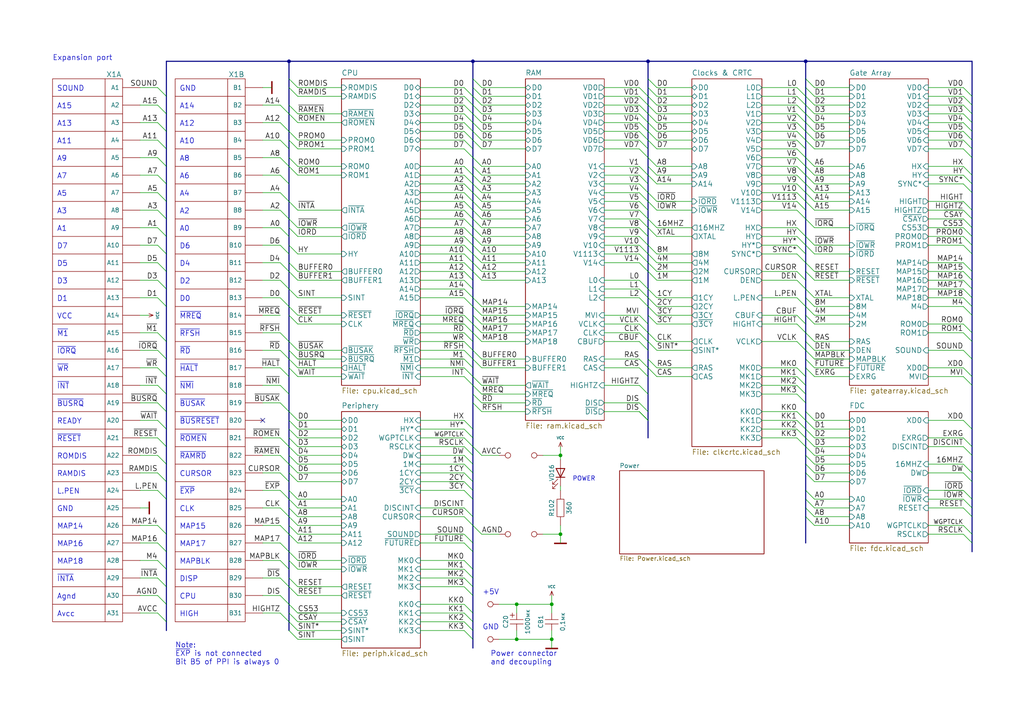
<source format=kicad_sch>
(kicad_sch (version 20211123) (generator eeschema)
  (paper "A4")
  (title_block (title "Aleste 520EX") (date "1994-01-04") (company "Patisonic") (comment 1 "Restored by Alexander Molodtsov") (comment 2 "Western version by Alessio Iodice") (comment 3 "Aleste 520EX"))
  (lib_symbols
    (symbol "Device:LED" (pin_numbers hide) (pin_names (offset 1.016) hide)
      (property "Reference" "D" (at 0 2.54 0))
      (property "Value" "LED" (at 0 -2.54 0))
      (symbol "LED_1_1"
        (pin passive line (at -3.81 0 0) (length 2.54) (name "K") (number "1"))
        (pin passive line (at 3.81 0 180) (length 2.54) (name "A") (number "2"))
      )
    )
    (symbol "aleste-rescue:CAP" (pin_numbers hide) (pin_names (offset 0.0254) hide)
      (property "Reference" "C" (at 0 3.175 0))
      (property "Value" "CAP" (at 0 -3.175 0))
      (symbol "CAP_1_0"
        (pin passive line (at -2.54 0 0) (length 1.905) (name "~") (number "1"))
        (pin passive line (at 2.54 0 180) (length 1.905) (name "~") (number "2"))
      )
    )
    (symbol "aleste-rescue:CAPP" (pin_numbers hide) (pin_names (offset 0.0254) hide)
      (property "Reference" "C" (at 0 3.175 0))
      (property "Value" "CAPP" (at 0 -3.175 0))
      (symbol "CAPP_1_0"
        (pin passive line (at -2.54 0 0) (length 1.905) (name "~") (number "1"))
        (pin passive line (at 2.54 0 180) (length 1.905) (name "~") (number "2"))
      )
    )
    (symbol "aleste-rescue:GND" (power) (pin_names (offset 0))
      (symbol "GND_1_1"
        (pin power_in line (at 0 0 90) (length 0) hide (name "GND") (number "1"))
      )
    )
    (symbol "aleste-rescue:PIN" (pin_numbers hide) (pin_names (offset 0.762) hide)
      (symbol "PIN_1_1"
        (pin passive line (at -2.54 0 0) (length 1.7272) (name "1") (number "1"))
      )
    )
    (symbol "aleste-rescue:RES" (pin_numbers hide) (pin_names (offset 0.0254) hide)
      (property "Reference" "R" (at 0 2.54 0))
      (property "Value" "RES" (at 0 -2.54 0))
      (symbol "RES_1_0"
        (pin passive line (at -5.08 0 0) (length 2.54) (name "~") (number "1"))
        (pin passive line (at 5.08 0 180) (length 2.54) (name "~") (number "2"))
      )
    )
    (symbol "aleste-rescue:SLOT-62" (pin_numbers hide) (pin_names (offset 0.889))
      (property "Reference" "X" (at 7.62 3.81 0))
      (symbol "SLOT-62_1_0"
        (pin unspecified line (at 0 0 0) (length 5.08) (name "A1") (number "A1"))
        (pin unspecified line (at 0 -45.72 0) (length 5.08) (name "A10") (number "A10"))
        (pin unspecified line (at 0 -50.8 0) (length 5.08) (name "A11") (number "A11"))
        (pin unspecified line (at 0 -55.88 0) (length 5.08) (name "A12") (number "A12"))
        (pin unspecified line (at 0 -60.96 0) (length 5.08) (name "A13") (number "A13"))
        (pin unspecified line (at 0 -66.04 0) (length 5.08) (name "A14") (number "A14"))
        (pin unspecified line (at 0 -71.12 0) (length 5.08) (name "A15") (number "A15"))
        (pin unspecified line (at 0 -76.2 0) (length 5.08) (name "A16") (number "A16"))
        (pin unspecified line (at 0 -81.28 0) (length 5.08) (name "A17") (number "A17"))
        (pin unspecified line (at 0 -86.36 0) (length 5.08) (name "A18") (number "A18"))
        (pin unspecified line (at 0 -91.44 0) (length 5.08) (name "A19") (number "A19"))
        (pin unspecified line (at 0 -5.08 0) (length 5.08) (name "A2") (number "A2"))
        (pin unspecified line (at 0 -96.52 0) (length 5.08) (name "A20") (number "A20"))
        (pin unspecified line (at 0 -101.6 0) (length 5.08) (name "A21") (number "A21"))
        (pin unspecified line (at 0 -106.68 0) (length 5.08) (name "A22") (number "A22"))
        (pin unspecified line (at 0 -111.76 0) (length 5.08) (name "A23") (number "A23"))
        (pin unspecified line (at 0 -116.84 0) (length 5.08) (name "A24") (number "A24"))
        (pin unspecified line (at 0 -121.92 0) (length 5.08) (name "A25") (number "A25"))
        (pin unspecified line (at 0 -127 0) (length 5.08) (name "A26") (number "A26"))
        (pin unspecified line (at 0 -132.08 0) (length 5.08) (name "A27") (number "A27"))
        (pin unspecified line (at 0 -137.16 0) (length 5.08) (name "A28") (number "A28"))
        (pin unspecified line (at 0 -142.24 0) (length 5.08) (name "A29") (number "A29"))
        (pin unspecified line (at 0 -10.16 0) (length 5.08) (name "A3") (number "A3"))
        (pin unspecified line (at 0 -147.32 0) (length 5.08) (name "A30") (number "A30"))
        (pin unspecified line (at 0 -152.4 0) (length 5.08) (name "A31") (number "A31"))
        (pin unspecified line (at 0 -15.24 0) (length 5.08) (name "A4") (number "A4"))
        (pin unspecified line (at 0 -20.32 0) (length 5.08) (name "A5") (number "A5"))
        (pin unspecified line (at 0 -25.4 0) (length 5.08) (name "A6") (number "A6"))
        (pin unspecified line (at 0 -30.48 0) (length 5.08) (name "A7") (number "A7"))
        (pin unspecified line (at 0 -35.56 0) (length 5.08) (name "A8") (number "A8"))
        (pin unspecified line (at 0 -40.64 0) (length 5.08) (name "A9") (number "A9"))
      )
      (symbol "SLOT-62_2_0"
        (pin unspecified line (at 0 0 0) (length 5.08) (name "B1") (number "B1"))
        (pin unspecified line (at 0 -45.72 0) (length 5.08) (name "B10") (number "B10"))
        (pin unspecified line (at 0 -50.8 0) (length 5.08) (name "B11") (number "B11"))
        (pin unspecified line (at 0 -55.88 0) (length 5.08) (name "B12") (number "B12"))
        (pin unspecified line (at 0 -60.96 0) (length 5.08) (name "B13") (number "B13"))
        (pin unspecified line (at 0 -66.04 0) (length 5.08) (name "B14") (number "B14"))
        (pin unspecified line (at 0 -71.12 0) (length 5.08) (name "B15") (number "B15"))
        (pin unspecified line (at 0 -76.2 0) (length 5.08) (name "B16") (number "B16"))
        (pin unspecified line (at 0 -81.28 0) (length 5.08) (name "B17") (number "B17"))
        (pin unspecified line (at 0 -86.36 0) (length 5.08) (name "B18") (number "B18"))
        (pin unspecified line (at 0 -91.44 0) (length 5.08) (name "B19") (number "B19"))
        (pin unspecified line (at 0 -5.08 0) (length 5.08) (name "B2") (number "B2"))
        (pin unspecified line (at 0 -96.52 0) (length 5.08) (name "B20") (number "B20"))
        (pin unspecified line (at 0 -101.6 0) (length 5.08) (name "B21") (number "B21"))
        (pin unspecified line (at 0 -106.68 0) (length 5.08) (name "B22") (number "B22"))
        (pin unspecified line (at 0 -111.76 0) (length 5.08) (name "B23") (number "B23"))
        (pin unspecified line (at 0 -116.84 0) (length 5.08) (name "B24") (number "B24"))
        (pin unspecified line (at 0 -121.92 0) (length 5.08) (name "B25") (number "B25"))
        (pin unspecified line (at 0 -127 0) (length 5.08) (name "B26") (number "B26"))
        (pin unspecified line (at 0 -132.08 0) (length 5.08) (name "B27") (number "B27"))
        (pin unspecified line (at 0 -137.16 0) (length 5.08) (name "B28") (number "B28"))
        (pin unspecified line (at 0 -142.24 0) (length 5.08) (name "B29") (number "B29"))
        (pin unspecified line (at 0 -10.16 0) (length 5.08) (name "B3") (number "B3"))
        (pin unspecified line (at 0 -147.32 0) (length 5.08) (name "B30") (number "B30"))
        (pin unspecified line (at 0 -152.4 0) (length 5.08) (name "B31") (number "B31"))
        (pin unspecified line (at 0 -15.24 0) (length 5.08) (name "B4") (number "B4"))
        (pin unspecified line (at 0 -20.32 0) (length 5.08) (name "B5") (number "B5"))
        (pin unspecified line (at 0 -25.4 0) (length 5.08) (name "B6") (number "B6"))
        (pin unspecified line (at 0 -30.48 0) (length 5.08) (name "B7") (number "B7"))
        (pin unspecified line (at 0 -35.56 0) (length 5.08) (name "B8") (number "B8"))
        (pin unspecified line (at 0 -40.64 0) (length 5.08) (name "B9") (number "B9"))
      )
    )
    (symbol "aleste-rescue:VCC" (power) (pin_names (offset 0))
      (property "Value" "VCC" (at 0 1.905 0))
      (symbol "VCC_1_1"
        (pin power_in line (at 0 0 90) (length 0) hide (name "VCC") (number "1"))
      )
    )
  )
  (junction (at 149.86 185.42))
  (junction (at 160.02 185.42))
  (junction (at 162.56 132.08))
  (junction (at 137.16 17.78))
  (junction (at 187.96 17.78))
  (junction (at 233.68 17.78))
  (junction (at 162.56 154.94))
  (junction (at 83.82 17.78))
  (junction (at 149.86 175.26))
  (junction (at 160.02 175.26))
  (no_connect (at 76.2 121.92))
  (bus_entry (at 187.96 40.64) (size 2.54 2.54))
  (bus_entry (at 233.68 53.34) (size 2.54 2.54))
  (bus_entry (at 231.14 43.18) (size 2.54 2.54))
  (bus_entry (at 134.62 170.18) (size 2.54 2.54))
  (bus_entry (at 231.14 81.28) (size 2.54 2.54))
  (bus_entry (at 81.28 132.08) (size 2.54 2.54))
  (bus_entry (at 134.62 48.26) (size 2.54 2.54))
  (bus_entry (at 279.4 147.32) (size 2.54 2.54))
  (bus_entry (at 185.42 66.04) (size 2.54 2.54))
  (bus_entry (at 83.82 149.86) (size 2.54 2.54))
  (bus_entry (at 187.96 106.68) (size 2.54 2.54))
  (bus_entry (at 45.72 25.4) (size 2.54 2.54))
  (bus_entry (at 187.96 88.9) (size 2.54 2.54))
  (bus_entry (at 233.68 63.5) (size 2.54 2.54))
  (bus_entry (at 137.16 25.4) (size 2.54 2.54))
  (bus_entry (at 231.14 55.88) (size 2.54 2.54))
  (bus_entry (at 83.82 99.06) (size 2.54 2.54))
  (bus_entry (at 185.42 40.64) (size 2.54 2.54))
  (bus_entry (at 233.68 45.72) (size 2.54 2.54))
  (bus_entry (at 83.82 160.02) (size 2.54 2.54))
  (bus_entry (at 231.14 111.76) (size 2.54 2.54))
  (bus_entry (at 134.62 147.32) (size 2.54 2.54))
  (bus_entry (at 45.72 50.8) (size 2.54 2.54))
  (bus_entry (at 45.72 71.12) (size 2.54 2.54))
  (bus_entry (at 137.16 116.84) (size 2.54 2.54))
  (bus_entry (at 233.68 83.82) (size 2.54 2.54))
  (bus_entry (at 233.68 127) (size 2.54 2.54))
  (bus_entry (at 134.62 175.26) (size 2.54 2.54))
  (bus_entry (at 134.62 40.64) (size 2.54 2.54))
  (bus_entry (at 45.72 177.8) (size 2.54 2.54))
  (bus_entry (at 279.4 93.98) (size 2.54 2.54))
  (bus_entry (at 83.82 147.32) (size 2.54 2.54))
  (bus_entry (at 81.28 30.48) (size 2.54 2.54))
  (bus_entry (at 279.4 78.74) (size 2.54 2.54))
  (bus_entry (at 137.16 50.8) (size 2.54 2.54))
  (bus_entry (at 83.82 134.62) (size 2.54 2.54))
  (bus_entry (at 279.4 96.52) (size 2.54 2.54))
  (bus_entry (at 185.42 106.68) (size 2.54 2.54))
  (bus_entry (at 279.4 137.16) (size 2.54 2.54))
  (bus_entry (at 231.14 114.3) (size 2.54 2.54))
  (bus_entry (at 137.16 63.5) (size 2.54 2.54))
  (bus_entry (at 279.4 30.48) (size 2.54 2.54))
  (bus_entry (at 83.82 132.08) (size 2.54 2.54))
  (bus_entry (at 185.42 83.82) (size 2.54 2.54))
  (bus_entry (at 279.4 68.58) (size 2.54 2.54))
  (bus_entry (at 137.16 58.42) (size 2.54 2.54))
  (bus_entry (at 233.68 27.94) (size 2.54 2.54))
  (bus_entry (at 185.42 73.66) (size 2.54 2.54))
  (bus_entry (at 134.62 86.36) (size 2.54 2.54))
  (bus_entry (at 231.14 27.94) (size 2.54 2.54))
  (bus_entry (at 185.42 38.1) (size 2.54 2.54))
  (bus_entry (at 187.96 96.52) (size 2.54 2.54))
  (bus_entry (at 81.28 96.52) (size 2.54 2.54))
  (bus_entry (at 81.28 60.96) (size 2.54 2.54))
  (bus_entry (at 233.68 142.24) (size 2.54 2.54))
  (bus_entry (at 134.62 129.54) (size 2.54 2.54))
  (bus_entry (at 134.62 73.66) (size 2.54 2.54))
  (bus_entry (at 83.82 177.8) (size 2.54 2.54))
  (bus_entry (at 233.68 25.4) (size 2.54 2.54))
  (bus_entry (at 83.82 121.92) (size 2.54 2.54))
  (bus_entry (at 45.72 111.76) (size 2.54 2.54))
  (bus_entry (at 231.14 68.58) (size 2.54 2.54))
  (bus_entry (at 134.62 76.2) (size 2.54 2.54))
  (bus_entry (at 83.82 40.64) (size 2.54 2.54))
  (bus_entry (at 187.96 22.86) (size 2.54 2.54))
  (bus_entry (at 81.28 76.2) (size 2.54 2.54))
  (bus_entry (at 185.42 48.26) (size 2.54 2.54))
  (bus_entry (at 233.68 68.58) (size 2.54 2.54))
  (bus_entry (at 45.72 66.04) (size 2.54 2.54))
  (bus_entry (at 185.42 35.56) (size 2.54 2.54))
  (bus_entry (at 134.62 137.16) (size 2.54 2.54))
  (bus_entry (at 137.16 76.2) (size 2.54 2.54))
  (bus_entry (at 134.62 99.06) (size 2.54 2.54))
  (bus_entry (at 83.82 182.88) (size 2.54 2.54))
  (bus_entry (at 83.82 45.72) (size 2.54 2.54))
  (bus_entry (at 233.68 101.6) (size 2.54 2.54))
  (bus_entry (at 134.62 121.92) (size 2.54 2.54))
  (bus_entry (at 134.62 132.08) (size 2.54 2.54))
  (bus_entry (at 231.14 40.64) (size 2.54 2.54))
  (bus_entry (at 279.4 121.92) (size 2.54 2.54))
  (bus_entry (at 134.62 124.46) (size 2.54 2.54))
  (bus_entry (at 83.82 180.34) (size 2.54 2.54))
  (bus_entry (at 137.16 86.36) (size 2.54 2.54))
  (bus_entry (at 83.82 167.64) (size 2.54 2.54))
  (bus_entry (at 134.62 134.62) (size 2.54 2.54))
  (bus_entry (at 185.42 50.8) (size 2.54 2.54))
  (bus_entry (at 137.16 66.04) (size 2.54 2.54))
  (bus_entry (at 137.16 101.6) (size 2.54 2.54))
  (bus_entry (at 187.96 91.44) (size 2.54 2.54))
  (bus_entry (at 81.28 177.8) (size 2.54 2.54))
  (bus_entry (at 45.72 81.28) (size 2.54 2.54))
  (bus_entry (at 185.42 81.28) (size 2.54 2.54))
  (bus_entry (at 187.96 55.88) (size 2.54 2.54))
  (bus_entry (at 231.14 33.02) (size 2.54 2.54))
  (bus_entry (at 187.96 66.04) (size 2.54 2.54))
  (bus_entry (at 231.14 71.12) (size 2.54 2.54))
  (bus_entry (at 185.42 53.34) (size 2.54 2.54))
  (bus_entry (at 83.82 25.4) (size 2.54 2.54))
  (bus_entry (at 134.62 53.34) (size 2.54 2.54))
  (bus_entry (at 137.16 88.9) (size 2.54 2.54))
  (bus_entry (at 134.62 78.74) (size 2.54 2.54))
  (bus_entry (at 231.14 106.68) (size 2.54 2.54))
  (bus_entry (at 279.4 129.54) (size 2.54 2.54))
  (bus_entry (at 134.62 83.82) (size 2.54 2.54))
  (bus_entry (at 81.28 142.24) (size 2.54 2.54))
  (bus_entry (at 81.28 50.8) (size 2.54 2.54))
  (bus_entry (at 137.16 68.58) (size 2.54 2.54))
  (bus_entry (at 83.82 124.46) (size 2.54 2.54))
  (bus_entry (at 83.82 142.24) (size 2.54 2.54))
  (bus_entry (at 233.68 30.48) (size 2.54 2.54))
  (bus_entry (at 45.72 116.84) (size 2.54 2.54))
  (bus_entry (at 279.4 154.94) (size 2.54 2.54))
  (bus_entry (at 185.42 30.48) (size 2.54 2.54))
  (bus_entry (at 45.72 106.68) (size 2.54 2.54))
  (bus_entry (at 185.42 60.96) (size 2.54 2.54))
  (bus_entry (at 81.28 157.48) (size 2.54 2.54))
  (bus_entry (at 233.68 91.44) (size 2.54 2.54))
  (bus_entry (at 134.62 55.88) (size 2.54 2.54))
  (bus_entry (at 279.4 60.96) (size 2.54 2.54))
  (bus_entry (at 137.16 152.4) (size 2.54 2.54))
  (bus_entry (at 134.62 149.86) (size 2.54 2.54))
  (bus_entry (at 134.62 33.02) (size 2.54 2.54))
  (bus_entry (at 185.42 86.36) (size 2.54 2.54))
  (bus_entry (at 137.16 78.74) (size 2.54 2.54))
  (bus_entry (at 81.28 172.72) (size 2.54 2.54))
  (bus_entry (at 187.96 104.14) (size 2.54 2.54))
  (bus_entry (at 279.4 53.34) (size 2.54 2.54))
  (bus_entry (at 233.68 88.9) (size 2.54 2.54))
  (bus_entry (at 45.72 127) (size 2.54 2.54))
  (bus_entry (at 137.16 40.64) (size 2.54 2.54))
  (bus_entry (at 45.72 162.56) (size 2.54 2.54))
  (bus_entry (at 83.82 22.86) (size 2.54 2.54))
  (bus_entry (at 233.68 78.74) (size 2.54 2.54))
  (bus_entry (at 185.42 96.52) (size 2.54 2.54))
  (bus_entry (at 279.4 76.2) (size 2.54 2.54))
  (bus_entry (at 279.4 109.22) (size 2.54 2.54))
  (bus_entry (at 83.82 71.12) (size 2.54 2.54))
  (bus_entry (at 134.62 68.58) (size 2.54 2.54))
  (bus_entry (at 233.68 86.36) (size 2.54 2.54))
  (bus_entry (at 231.14 99.06) (size 2.54 2.54))
  (bus_entry (at 187.96 35.56) (size 2.54 2.54))
  (bus_entry (at 279.4 106.68) (size 2.54 2.54))
  (bus_entry (at 134.62 157.48) (size 2.54 2.54))
  (bus_entry (at 279.4 38.1) (size 2.54 2.54))
  (bus_entry (at 233.68 58.42) (size 2.54 2.54))
  (bus_entry (at 231.14 124.46) (size 2.54 2.54))
  (bus_entry (at 83.82 30.48) (size 2.54 2.54))
  (bus_entry (at 45.72 132.08) (size 2.54 2.54))
  (bus_entry (at 45.72 157.48) (size 2.54 2.54))
  (bus_entry (at 233.68 149.86) (size 2.54 2.54))
  (bus_entry (at 134.62 109.22) (size 2.54 2.54))
  (bus_entry (at 185.42 99.06) (size 2.54 2.54))
  (bus_entry (at 137.16 96.52) (size 2.54 2.54))
  (bus_entry (at 83.82 101.6) (size 2.54 2.54))
  (bus_entry (at 279.4 40.64) (size 2.54 2.54))
  (bus_entry (at 233.68 76.2) (size 2.54 2.54))
  (bus_entry (at 83.82 119.38) (size 2.54 2.54))
  (bus_entry (at 279.4 63.5) (size 2.54 2.54))
  (bus_entry (at 81.28 71.12) (size 2.54 2.54))
  (bus_entry (at 45.72 60.96) (size 2.54 2.54))
  (bus_entry (at 134.62 81.28) (size 2.54 2.54))
  (bus_entry (at 231.14 45.72) (size 2.54 2.54))
  (bus_entry (at 233.68 48.26) (size 2.54 2.54))
  (bus_entry (at 83.82 162.56) (size 2.54 2.54))
  (bus_entry (at 134.62 35.56) (size 2.54 2.54))
  (bus_entry (at 279.4 127) (size 2.54 2.54))
  (bus_entry (at 45.72 30.48) (size 2.54 2.54))
  (bus_entry (at 81.28 111.76) (size 2.54 2.54))
  (bus_entry (at 134.62 127) (size 2.54 2.54))
  (bus_entry (at 279.4 88.9) (size 2.54 2.54))
  (bus_entry (at 279.4 144.78) (size 2.54 2.54))
  (bus_entry (at 185.42 63.5) (size 2.54 2.54))
  (bus_entry (at 187.96 78.74) (size 2.54 2.54))
  (bus_entry (at 134.62 60.96) (size 2.54 2.54))
  (bus_entry (at 137.16 33.02) (size 2.54 2.54))
  (bus_entry (at 83.82 144.78) (size 2.54 2.54))
  (bus_entry (at 83.82 76.2) (size 2.54 2.54))
  (bus_entry (at 185.42 68.58) (size 2.54 2.54))
  (bus_entry (at 134.62 50.8) (size 2.54 2.54))
  (bus_entry (at 233.68 137.16) (size 2.54 2.54))
  (bus_entry (at 233.68 38.1) (size 2.54 2.54))
  (bus_entry (at 231.14 86.36) (size 2.54 2.54))
  (bus_entry (at 134.62 154.94) (size 2.54 2.54))
  (bus_entry (at 81.28 162.56) (size 2.54 2.54))
  (bus_entry (at 137.16 93.98) (size 2.54 2.54))
  (bus_entry (at 83.82 127) (size 2.54 2.54))
  (bus_entry (at 134.62 180.34) (size 2.54 2.54))
  (bus_entry (at 83.82 78.74) (size 2.54 2.54))
  (bus_entry (at 279.4 48.26) (size 2.54 2.54))
  (bus_entry (at 233.68 134.62) (size 2.54 2.54))
  (bus_entry (at 279.4 43.18) (size 2.54 2.54))
  (bus_entry (at 137.16 22.86) (size 2.54 2.54))
  (bus_entry (at 233.68 144.78) (size 2.54 2.54))
  (bus_entry (at 233.68 96.52) (size 2.54 2.54))
  (bus_entry (at 231.14 109.22) (size 2.54 2.54))
  (bus_entry (at 231.14 30.48) (size 2.54 2.54))
  (bus_entry (at 185.42 116.84) (size 2.54 2.54))
  (bus_entry (at 134.62 162.56) (size 2.54 2.54))
  (bus_entry (at 45.72 121.92) (size 2.54 2.54))
  (bus_entry (at 81.28 40.64) (size 2.54 2.54))
  (bus_entry (at 81.28 106.68) (size 2.54 2.54))
  (bus_entry (at 134.62 182.88) (size 2.54 2.54))
  (bus_entry (at 137.16 45.72) (size 2.54 2.54))
  (bus_entry (at 279.4 134.62) (size 2.54 2.54))
  (bus_entry (at 81.28 137.16) (size 2.54 2.54))
  (bus_entry (at 231.14 58.42) (size 2.54 2.54))
  (bus_entry (at 187.96 45.72) (size 2.54 2.54))
  (bus_entry (at 187.96 38.1) (size 2.54 2.54))
  (bus_entry (at 45.72 96.52) (size 2.54 2.54))
  (bus_entry (at 134.62 66.04) (size 2.54 2.54))
  (bus_entry (at 137.16 60.96) (size 2.54 2.54))
  (bus_entry (at 134.62 96.52) (size 2.54 2.54))
  (bus_entry (at 185.42 119.38) (size 2.54 2.54))
  (bus_entry (at 185.42 58.42) (size 2.54 2.54))
  (bus_entry (at 45.72 172.72) (size 2.54 2.54))
  (bus_entry (at 185.42 43.18) (size 2.54 2.54))
  (bus_entry (at 233.68 71.12) (size 2.54 2.54))
  (bus_entry (at 137.16 38.1) (size 2.54 2.54))
  (bus_entry (at 187.96 50.8) (size 2.54 2.54))
  (bus_entry (at 81.28 147.32) (size 2.54 2.54))
  (bus_entry (at 279.4 71.12) (size 2.54 2.54))
  (bus_entry (at 137.16 73.66) (size 2.54 2.54))
  (bus_entry (at 233.68 55.88) (size 2.54 2.54))
  (bus_entry (at 187.96 73.66) (size 2.54 2.54))
  (bus_entry (at 81.28 127) (size 2.54 2.54))
  (bus_entry (at 233.68 124.46) (size 2.54 2.54))
  (bus_entry (at 45.72 35.56) (size 2.54 2.54))
  (bus_entry (at 185.42 119.38) (size 2.54 2.54))
  (bus_entry (at 45.72 137.16) (size 2.54 2.54))
  (bus_entry (at 231.14 91.44) (size 2.54 2.54))
  (bus_entry (at 45.72 45.72) (size 2.54 2.54))
  (bus_entry (at 81.28 35.56) (size 2.54 2.54))
  (bus_entry (at 83.82 33.02) (size 2.54 2.54))
  (bus_entry (at 231.14 73.66) (size 2.54 2.54))
  (bus_entry (at 83.82 170.18) (size 2.54 2.54))
  (bus_entry (at 185.42 91.44) (size 2.54 2.54))
  (bus_entry (at 137.16 35.56) (size 2.54 2.54))
  (bus_entry (at 231.14 48.26) (size 2.54 2.54))
  (bus_entry (at 231.14 78.74) (size 2.54 2.54))
  (bus_entry (at 231.14 38.1) (size 2.54 2.54))
  (bus_entry (at 137.16 104.14) (size 2.54 2.54))
  (bus_entry (at 185.42 27.94) (size 2.54 2.54))
  (bus_entry (at 81.28 116.84) (size 2.54 2.54))
  (bus_entry (at 83.82 83.82) (size 2.54 2.54))
  (bus_entry (at 83.82 106.68) (size 2.54 2.54))
  (bus_entry (at 134.62 142.24) (size 2.54 2.54))
  (bus_entry (at 83.82 91.44) (size 2.54 2.54))
  (bus_entry (at 137.16 27.94) (size 2.54 2.54))
  (bus_entry (at 137.16 71.12) (size 2.54 2.54))
  (bus_entry (at 134.62 38.1) (size 2.54 2.54))
  (bus_entry (at 187.96 25.4) (size 2.54 2.54))
  (bus_entry (at 134.62 58.42) (size 2.54 2.54))
  (bus_entry (at 233.68 22.86) (size 2.54 2.54))
  (bus_entry (at 233.68 33.02) (size 2.54 2.54))
  (bus_entry (at 134.62 165.1) (size 2.54 2.54))
  (bus_entry (at 81.28 81.28) (size 2.54 2.54))
  (bus_entry (at 81.28 101.6) (size 2.54 2.54))
  (bus_entry (at 45.72 86.36) (size 2.54 2.54))
  (bus_entry (at 187.96 71.12) (size 2.54 2.54))
  (bus_entry (at 279.4 83.82) (size 2.54 2.54))
  (bus_entry (at 134.62 106.68) (size 2.54 2.54))
  (bus_entry (at 233.68 50.8) (size 2.54 2.54))
  (bus_entry (at 45.72 167.64) (size 2.54 2.54))
  (bus_entry (at 134.62 104.14) (size 2.54 2.54))
  (bus_entry (at 233.68 132.08) (size 2.54 2.54))
  (bus_entry (at 81.28 86.36) (size 2.54 2.54))
  (bus_entry (at 185.42 71.12) (size 2.54 2.54))
  (bus_entry (at 137.16 55.88) (size 2.54 2.54))
  (bus_entry (at 231.14 50.8) (size 2.54 2.54))
  (bus_entry (at 81.28 152.4) (size 2.54 2.54))
  (bus_entry (at 279.4 86.36) (size 2.54 2.54))
  (bus_entry (at 83.82 137.16) (size 2.54 2.54))
  (bus_entry (at 231.14 60.96) (size 2.54 2.54))
  (bus_entry (at 81.28 167.64) (size 2.54 2.54))
  (bus_entry (at 137.16 111.76) (size 2.54 2.54))
  (bus_entry (at 83.82 175.26) (size 2.54 2.54))
  (bus_entry (at 187.96 86.36) (size 2.54 2.54))
  (bus_entry (at 231.14 35.56) (size 2.54 2.54))
  (bus_entry (at 187.96 30.48) (size 2.54 2.54))
  (bus_entry (at 279.4 101.6) (size 2.54 2.54))
  (bus_entry (at 134.62 139.7) (size 2.54 2.54))
  (bus_entry (at 231.14 53.34) (size 2.54 2.54))
  (bus_entry (at 134.62 71.12) (size 2.54 2.54))
  (bus_entry (at 81.28 45.72) (size 2.54 2.54))
  (bus_entry (at 233.68 119.38) (size 2.54 2.54))
  (bus_entry (at 279.4 152.4) (size 2.54 2.54))
  (bus_entry (at 137.16 129.54) (size 2.54 2.54))
  (bus_entry (at 137.16 48.26) (size 2.54 2.54))
  (bus_entry (at 185.42 111.76) (size 2.54 2.54))
  (bus_entry (at 134.62 91.44) (size 2.54 2.54))
  (bus_entry (at 134.62 177.8) (size 2.54 2.54))
  (bus_entry (at 83.82 152.4) (size 2.54 2.54))
  (bus_entry (at 279.4 50.8) (size 2.54 2.54))
  (bus_entry (at 233.68 147.32) (size 2.54 2.54))
  (bus_entry (at 187.96 33.02) (size 2.54 2.54))
  (bus_entry (at 83.82 104.14) (size 2.54 2.54))
  (bus_entry (at 279.4 25.4) (size 2.54 2.54))
  (bus_entry (at 233.68 129.54) (size 2.54 2.54))
  (bus_entry (at 45.72 76.2) (size 2.54 2.54))
  (bus_entry (at 45.72 152.4) (size 2.54 2.54))
  (bus_entry (at 279.4 58.42) (size 2.54 2.54))
  (bus_entry (at 185.42 76.2) (size 2.54 2.54))
  (bus_entry (at 279.4 66.04) (size 2.54 2.54))
  (bus_entry (at 279.4 142.24) (size 2.54 2.54))
  (bus_entry (at 45.72 55.88) (size 2.54 2.54))
  (bus_entry (at 81.28 66.04) (size 2.54 2.54))
  (bus_entry (at 187.96 63.5) (size 2.54 2.54))
  (bus_entry (at 83.82 58.42) (size 2.54 2.54))
  (bus_entry (at 233.68 99.06) (size 2.54 2.54))
  (bus_entry (at 83.82 63.5) (size 2.54 2.54))
  (bus_entry (at 137.16 30.48) (size 2.54 2.54))
  (bus_entry (at 137.16 53.34) (size 2.54 2.54))
  (bus_entry (at 83.82 154.94) (size 2.54 2.54))
  (bus_entry (at 137.16 114.3) (size 2.54 2.54))
  (bus_entry (at 187.96 76.2) (size 2.54 2.54))
  (bus_entry (at 279.4 35.56) (size 2.54 2.54))
  (bus_entry (at 233.68 106.68) (size 2.54 2.54))
  (bus_entry (at 279.4 33.02) (size 2.54 2.54))
  (bus_entry (at 134.62 25.4) (size 2.54 2.54))
  (bus_entry (at 233.68 35.56) (size 2.54 2.54))
  (bus_entry (at 83.82 48.26) (size 2.54 2.54))
  (bus_entry (at 231.14 127) (size 2.54 2.54))
  (bus_entry (at 134.62 30.48) (size 2.54 2.54))
  (bus_entry (at 185.42 104.14) (size 2.54 2.54))
  (bus_entry (at 185.42 25.4) (size 2.54 2.54))
  (bus_entry (at 83.82 129.54) (size 2.54 2.54))
  (bus_entry (at 134.62 93.98) (size 2.54 2.54))
  (bus_entry (at 233.68 40.64) (size 2.54 2.54))
  (bus_entry (at 185.42 55.88) (size 2.54 2.54))
  (bus_entry (at 137.16 91.44) (size 2.54 2.54))
  (bus_entry (at 134.62 43.18) (size 2.54 2.54))
  (bus_entry (at 134.62 27.94) (size 2.54 2.54))
  (bus_entry (at 231.14 93.98) (size 2.54 2.54))
  (bus_entry (at 134.62 63.5) (size 2.54 2.54))
  (bus_entry (at 279.4 81.28) (size 2.54 2.54))
  (bus_entry (at 134.62 167.64) (size 2.54 2.54))
  (bus_entry (at 231.14 119.38) (size 2.54 2.54))
  (bus_entry (at 187.96 48.26) (size 2.54 2.54))
  (bus_entry (at 134.62 101.6) (size 2.54 2.54))
  (bus_entry (at 187.96 83.82) (size 2.54 2.54))
  (bus_entry (at 279.4 27.94) (size 2.54 2.54))
  (bus_entry (at 83.82 38.1) (size 2.54 2.54))
  (bus_entry (at 233.68 104.14) (size 2.54 2.54))
  (bus_entry (at 233.68 121.92) (size 2.54 2.54))
  (bus_entry (at 45.72 40.64) (size 2.54 2.54))
  (bus_entry (at 185.42 93.98) (size 2.54 2.54))
  (bus_entry (at 81.28 55.88) (size 2.54 2.54))
  (bus_entry (at 185.42 33.02) (size 2.54 2.54))
  (bus_entry (at 187.96 58.42) (size 2.54 2.54))
  (bus_entry (at 83.82 66.04) (size 2.54 2.54))
  (bus_entry (at 137.16 109.22) (size 2.54 2.54))
  (bus_entry (at 45.72 142.24) (size 2.54 2.54))
  (bus_entry (at 231.14 66.04) (size 2.54 2.54))
  (bus_entry (at 45.72 101.6) (size 2.54 2.54))
  (bus_entry (at 83.82 88.9) (size 2.54 2.54))
  (bus_entry (at 231.14 121.92) (size 2.54 2.54))
  (bus_entry (at 187.96 27.94) (size 2.54 2.54))
  (bus_entry (at 231.14 25.4) (size 2.54 2.54))
  (bus_entry (at 187.96 99.06) (size 2.54 2.54))
  (bus (pts (xy 48.26 73.66) (xy 48.26 78.74)))
  (wire (pts (xy 190.5 78.74) (xy 200.66 78.74)))
  (wire (pts (xy 45.72 111.76) (xy 40.64 111.76)))
  (wire (pts (xy 246.38 35.56) (xy 236.22 35.56)))
  (wire (pts (xy 81.28 66.04) (xy 76.2 66.04)))
  (bus (pts (xy 233.68 106.68) (xy 233.68 109.22)))
  (wire (pts (xy 152.4 88.9) (xy 139.7 88.9)))
  (bus (pts (xy 187.96 66.04) (xy 187.96 68.58)))
  (bus (pts (xy 233.68 17.78) (xy 281.94 17.78)))
  (bus (pts (xy 83.82 38.1) (xy 83.82 40.64)))
  (wire (pts (xy 231.14 40.64) (xy 220.98 40.64)))
  (wire (pts (xy 99.06 27.94) (xy 86.36 27.94)))
  (bus (pts (xy 83.82 17.78) (xy 137.16 17.78)))
  (wire (pts (xy 139.7 119.38) (xy 152.4 119.38)))
  (wire (pts (xy 185.42 111.76) (xy 175.26 111.76)))
  (wire (pts (xy 121.92 96.52) (xy 134.62 96.52)))
  (bus (pts (xy 187.96 50.8) (xy 187.96 53.34)))
  (wire (pts (xy 86.36 129.54) (xy 99.06 129.54)))
  (bus (pts (xy 233.68 91.44) (xy 233.68 93.98)))
  (wire (pts (xy 162.56 154.94) (xy 157.48 154.94)))
  (bus (pts (xy 187.96 109.22) (xy 187.96 114.3)))
  (bus (pts (xy 137.16 81.28) (xy 137.16 83.82)))
  (wire (pts (xy 200.66 25.4) (xy 190.5 25.4)))
  (wire (pts (xy 86.36 124.46) (xy 99.06 124.46)))
  (wire (pts (xy 269.24 66.04) (xy 279.4 66.04)))
  (wire (pts (xy 279.4 76.2) (xy 269.24 76.2)))
  (bus (pts (xy 83.82 129.54) (xy 83.82 132.08)))
  (wire (pts (xy 121.92 106.68) (xy 134.62 106.68)))
  (bus (pts (xy 83.82 43.18) (xy 83.82 45.72)))
  (wire (pts (xy 175.26 53.34) (xy 185.42 53.34)))
  (bus (pts (xy 83.82 170.18) (xy 83.82 175.26)))
  (bus (pts (xy 48.26 124.46) (xy 48.26 129.54)))
  (wire (pts (xy 190.5 99.06) (xy 200.66 99.06)))
  (bus (pts (xy 137.16 180.34) (xy 137.16 182.88)))
  (wire (pts (xy 121.92 182.88) (xy 134.62 182.88)))
  (bus (pts (xy 281.94 63.5) (xy 281.94 66.04)))
  (wire (pts (xy 86.36 157.48) (xy 99.06 157.48)))
  (wire (pts (xy 279.4 101.6) (xy 269.24 101.6)))
  (wire (pts (xy 190.5 81.28) (xy 200.66 81.28)))
  (wire (pts (xy 134.62 139.7) (xy 121.92 139.7)))
  (wire (pts (xy 185.42 83.82) (xy 175.26 83.82)))
  (wire (pts (xy 81.28 81.28) (xy 76.2 81.28)))
  (wire (pts (xy 99.06 104.14) (xy 86.36 104.14)))
  (bus (pts (xy 137.16 170.18) (xy 137.16 172.72)))
  (wire (pts (xy 200.66 106.68) (xy 190.5 106.68)))
  (bus (pts (xy 281.94 33.02) (xy 281.94 35.56)))
  (bus (pts (xy 48.26 104.14) (xy 48.26 109.22)))
  (wire (pts (xy 134.62 66.04) (xy 121.92 66.04)))
  (wire (pts (xy 231.14 106.68) (xy 220.98 106.68)))
  (wire (pts (xy 86.36 137.16) (xy 99.06 137.16)))
  (bus (pts (xy 233.68 45.72) (xy 233.68 48.26)))
  (bus (pts (xy 187.96 17.78) (xy 233.68 17.78)))
  (bus (pts (xy 137.16 134.62) (xy 137.16 137.16)))
  (bus (pts (xy 233.68 93.98) (xy 233.68 96.52)))
  (wire (pts (xy 134.62 68.58) (xy 121.92 68.58)))
  (bus (pts (xy 137.16 114.3) (xy 137.16 116.84)))
  (wire (pts (xy 190.5 33.02) (xy 200.66 33.02)))
  (bus (pts (xy 137.16 68.58) (xy 137.16 71.12)))
  (wire (pts (xy 99.06 147.32) (xy 86.36 147.32)))
  (wire (pts (xy 185.42 58.42) (xy 175.26 58.42)))
  (bus (pts (xy 281.94 124.46) (xy 281.94 129.54)))
  (wire (pts (xy 139.7 38.1) (xy 152.4 38.1)))
  (bus (pts (xy 83.82 160.02) (xy 83.82 162.56)))
  (wire (pts (xy 279.4 68.58) (xy 269.24 68.58)))
  (wire (pts (xy 190.5 88.9) (xy 200.66 88.9)))
  (wire (pts (xy 86.36 35.56) (xy 99.06 35.56)))
  (wire (pts (xy 86.36 180.34) (xy 99.06 180.34)))
  (wire (pts (xy 269.24 78.74) (xy 279.4 78.74)))
  (bus (pts (xy 187.96 35.56) (xy 187.96 38.1)))
  (bus (pts (xy 233.68 109.22) (xy 233.68 111.76)))
  (bus (pts (xy 48.26 17.78) (xy 48.26 27.94)))
  (wire (pts (xy 134.62 99.06) (xy 121.92 99.06)))
  (bus (pts (xy 281.94 71.12) (xy 281.94 73.66)))
  (wire (pts (xy 86.36 149.86) (xy 99.06 149.86)))
  (wire (pts (xy 45.72 96.52) (xy 40.64 96.52)))
  (wire (pts (xy 185.42 71.12) (xy 175.26 71.12)))
  (wire (pts (xy 86.36 91.44) (xy 99.06 91.44)))
  (wire (pts (xy 231.14 50.8) (xy 220.98 50.8)))
  (bus (pts (xy 137.16 93.98) (xy 137.16 96.52)))
  (wire (pts (xy 134.62 180.34) (xy 121.92 180.34)))
  (wire (pts (xy 185.42 96.52) (xy 175.26 96.52)))
  (bus (pts (xy 48.26 58.42) (xy 48.26 63.5)))
  (wire (pts (xy 185.42 66.04) (xy 175.26 66.04)))
  (wire (pts (xy 40.64 71.12) (xy 45.72 71.12)))
  (wire (pts (xy 121.92 101.6) (xy 134.62 101.6)))
  (bus (pts (xy 281.94 147.32) (xy 281.94 149.86)))
  (bus (pts (xy 233.68 53.34) (xy 233.68 55.88)))
  (bus (pts (xy 137.16 129.54) (xy 137.16 132.08)))
  (wire (pts (xy 40.64 30.48) (xy 45.72 30.48)))
  (bus (pts (xy 137.16 55.88) (xy 137.16 58.42)))
  (wire (pts (xy 139.7 114.3) (xy 152.4 114.3)))
  (bus (pts (xy 48.26 99.06) (xy 48.26 104.14)))
  (wire (pts (xy 121.92 43.18) (xy 134.62 43.18)))
  (bus (pts (xy 48.26 180.34) (xy 48.26 182.88)))
  (bus (pts (xy 137.16 25.4) (xy 137.16 27.94)))
  (wire (pts (xy 81.28 96.52) (xy 76.2 96.52)))
  (bus (pts (xy 83.82 134.62) (xy 83.82 137.16)))
  (wire (pts (xy 200.66 86.36) (xy 190.5 86.36)))
  (bus (pts (xy 137.16 33.02) (xy 137.16 35.56)))
  (wire (pts (xy 279.4 129.54) (xy 269.24 129.54)))
  (bus (pts (xy 137.16 99.06) (xy 137.16 101.6)))
  (bus (pts (xy 233.68 129.54) (xy 233.68 132.08)))
  (bus (pts (xy 233.68 81.28) (xy 233.68 83.82)))
  (wire (pts (xy 43.18 147.32) (xy 40.64 147.32)))
  (bus (pts (xy 233.68 132.08) (xy 233.68 134.62)))
  (bus (pts (xy 83.82 106.68) (xy 83.82 109.22)))
  (bus (pts (xy 48.26 170.18) (xy 48.26 175.26)))
  (wire (pts (xy 220.98 109.22) (xy 231.14 109.22)))
  (wire (pts (xy 40.64 55.88) (xy 45.72 55.88)))
  (wire (pts (xy 269.24 134.62) (xy 279.4 134.62)))
  (bus (pts (xy 281.94 38.1) (xy 281.94 40.64)))
  (bus (pts (xy 48.26 68.58) (xy 48.26 73.66)))
  (wire (pts (xy 152.4 43.18) (xy 139.7 43.18)))
  (wire (pts (xy 45.72 50.8) (xy 40.64 50.8)))
  (bus (pts (xy 137.16 172.72) (xy 137.16 177.8)))
  (bus (pts (xy 137.16 58.42) (xy 137.16 60.96)))
  (bus (pts (xy 83.82 99.06) (xy 83.82 101.6)))
  (wire (pts (xy 81.28 86.36) (xy 76.2 86.36)))
  (wire (pts (xy 99.06 139.7) (xy 86.36 139.7)))
  (wire (pts (xy 220.98 81.28) (xy 231.14 81.28)))
  (wire (pts (xy 139.7 78.74) (xy 152.4 78.74)))
  (bus (pts (xy 233.68 58.42) (xy 233.68 60.96)))
  (bus (pts (xy 281.94 53.34) (xy 281.94 55.88)))
  (wire (pts (xy 279.4 48.26) (xy 269.24 48.26)))
  (wire (pts (xy 81.28 167.64) (xy 76.2 167.64)))
  (bus (pts (xy 83.82 48.26) (xy 83.82 53.34)))
  (wire (pts (xy 246.38 127) (xy 236.22 127)))
  (wire (pts (xy 81.28 30.48) (xy 76.2 30.48)))
  (wire (pts (xy 45.72 121.92) (xy 40.64 121.92)))
  (bus (pts (xy 233.68 43.18) (xy 233.68 45.72)))
  (bus (pts (xy 83.82 25.4) (xy 83.82 30.48)))
  (wire (pts (xy 279.4 144.78) (xy 269.24 144.78)))
  (bus (pts (xy 233.68 147.32) (xy 233.68 149.86)))
  (bus (pts (xy 187.96 25.4) (xy 187.96 27.94)))
  (wire (pts (xy 86.36 121.92) (xy 99.06 121.92)))
  (wire (pts (xy 99.06 81.28) (xy 86.36 81.28)))
  (wire (pts (xy 144.78 175.26) (xy 149.86 175.26)))
  (wire (pts (xy 152.4 30.48) (xy 139.7 30.48)))
  (wire (pts (xy 185.42 43.18) (xy 175.26 43.18)))
  (wire (pts (xy 175.26 86.36) (xy 185.42 86.36)))
  (bus (pts (xy 137.16 167.64) (xy 137.16 170.18)))
  (bus (pts (xy 137.16 157.48) (xy 137.16 160.02)))
  (bus (pts (xy 281.94 73.66) (xy 281.94 78.74)))
  (wire (pts (xy 149.86 182.88) (xy 149.86 185.42)))
  (bus (pts (xy 187.96 63.5) (xy 187.96 66.04)))
  (wire (pts (xy 139.7 50.8) (xy 152.4 50.8)))
  (wire (pts (xy 279.4 137.16) (xy 269.24 137.16)))
  (wire (pts (xy 134.62 50.8) (xy 121.92 50.8)))
  (wire (pts (xy 231.14 58.42) (xy 220.98 58.42)))
  (wire (pts (xy 231.14 43.18) (xy 220.98 43.18)))
  (wire (pts (xy 231.14 119.38) (xy 220.98 119.38)))
  (wire (pts (xy 86.36 25.4) (xy 99.06 25.4)))
  (bus (pts (xy 83.82 17.78) (xy 83.82 22.86)))
  (wire (pts (xy 99.06 93.98) (xy 86.36 93.98)))
  (wire (pts (xy 279.4 30.48) (xy 269.24 30.48)))
  (bus (pts (xy 187.96 60.96) (xy 187.96 63.5)))
  (bus (pts (xy 83.82 180.34) (xy 83.82 182.88)))
  (bus (pts (xy 187.96 76.2) (xy 187.96 78.74)))
  (bus (pts (xy 83.82 154.94) (xy 83.82 160.02)))
  (bus (pts (xy 233.68 73.66) (xy 233.68 76.2)))
  (wire (pts (xy 121.92 91.44) (xy 134.62 91.44)))
  (wire (pts (xy 269.24 60.96) (xy 279.4 60.96)))
  (bus (pts (xy 233.68 119.38) (xy 233.68 121.92)))
  (bus (pts (xy 137.16 111.76) (xy 137.16 114.3)))
  (wire (pts (xy 185.42 35.56) (xy 175.26 35.56)))
  (bus (pts (xy 233.68 17.78) (xy 233.68 22.86)))
  (bus (pts (xy 83.82 137.16) (xy 83.82 139.7)))
  (bus (pts (xy 83.82 109.22) (xy 83.82 114.3)))
  (wire (pts (xy 134.62 55.88) (xy 121.92 55.88)))
  (wire (pts (xy 231.14 55.88) (xy 220.98 55.88)))
  (wire (pts (xy 190.5 68.58) (xy 200.66 68.58)))
  (bus (pts (xy 281.94 35.56) (xy 281.94 38.1)))
  (bus (pts (xy 233.68 96.52) (xy 233.68 99.06)))
  (wire (pts (xy 185.42 63.5) (xy 175.26 63.5)))
  (bus (pts (xy 137.16 60.96) (xy 137.16 63.5)))
  (bus (pts (xy 48.26 144.78) (xy 48.26 154.94)))
  (bus (pts (xy 281.94 45.72) (xy 281.94 50.8)))
  (wire (pts (xy 269.24 50.8) (xy 279.4 50.8)))
  (wire (pts (xy 81.28 111.76) (xy 76.2 111.76)))
  (wire (pts (xy 185.42 73.66) (xy 175.26 73.66)))
  (wire (pts (xy 43.18 91.44) (xy 40.64 91.44)))
  (bus (pts (xy 281.94 40.64) (xy 281.94 43.18)))
  (bus (pts (xy 83.82 30.48) (xy 83.82 33.02)))
  (bus (pts (xy 83.82 76.2) (xy 83.82 78.74)))
  (wire (pts (xy 99.06 66.04) (xy 86.36 66.04)))
  (wire (pts (xy 246.38 55.88) (xy 236.22 55.88)))
  (bus (pts (xy 48.26 63.5) (xy 48.26 68.58)))
  (wire (pts (xy 279.4 86.36) (xy 269.24 86.36)))
  (wire (pts (xy 149.86 175.26) (xy 160.02 175.26)))
  (bus (pts (xy 281.94 78.74) (xy 281.94 81.28)))
  (bus (pts (xy 233.68 134.62) (xy 233.68 137.16)))
  (wire (pts (xy 45.72 106.68) (xy 40.64 106.68)))
  (bus (pts (xy 137.16 185.42) (xy 137.16 187.96)))
  (wire (pts (xy 162.56 154.94) (xy 162.56 157.48)))
  (wire (pts (xy 81.28 60.96) (xy 76.2 60.96)))
  (bus (pts (xy 233.68 48.26) (xy 233.68 50.8)))
  (wire (pts (xy 236.22 99.06) (xy 246.38 99.06)))
  (bus (pts (xy 83.82 71.12) (xy 83.82 73.66)))
  (wire (pts (xy 134.62 81.28) (xy 121.92 81.28)))
  (wire (pts (xy 45.72 167.64) (xy 40.64 167.64)))
  (bus (pts (xy 281.94 68.58) (xy 281.94 71.12)))
  (bus (pts (xy 48.26 83.82) (xy 48.26 88.9)))
  (wire (pts (xy 99.06 132.08) (xy 86.36 132.08)))
  (bus (pts (xy 83.82 124.46) (xy 83.82 127)))
  (wire (pts (xy 236.22 86.36) (xy 246.38 86.36)))
  (wire (pts (xy 139.7 27.94) (xy 152.4 27.94)))
  (bus (pts (xy 233.68 83.82) (xy 233.68 86.36)))
  (bus (pts (xy 137.16 45.72) (xy 137.16 48.26)))
  (wire (pts (xy 246.38 132.08) (xy 236.22 132.08)))
  (bus (pts (xy 281.94 157.48) (xy 281.94 160.02)))
  (bus (pts (xy 187.96 106.68) (xy 187.96 109.22)))
  (wire (pts (xy 190.5 50.8) (xy 200.66 50.8)))
  (bus (pts (xy 137.16 76.2) (xy 137.16 78.74)))
  (bus (pts (xy 83.82 127) (xy 83.82 129.54)))
  (bus (pts (xy 281.94 144.78) (xy 281.94 147.32)))
  (bus (pts (xy 137.16 144.78) (xy 137.16 149.86)))
  (bus (pts (xy 83.82 132.08) (xy 83.82 134.62)))
  (wire (pts (xy 81.28 116.84) (xy 76.2 116.84)))
  (bus (pts (xy 137.16 149.86) (xy 137.16 152.4)))
  (wire (pts (xy 121.92 25.4) (xy 134.62 25.4)))
  (wire (pts (xy 269.24 71.12) (xy 279.4 71.12)))
  (wire (pts (xy 246.38 109.22) (xy 236.22 109.22)))
  (bus (pts (xy 83.82 139.7) (xy 83.82 142.24)))
  (bus (pts (xy 83.82 165.1) (xy 83.82 167.64)))
  (wire (pts (xy 152.4 111.76) (xy 139.7 111.76)))
  (wire (pts (xy 269.24 38.1) (xy 279.4 38.1)))
  (bus (pts (xy 137.16 50.8) (xy 137.16 53.34)))
  (wire (pts (xy 139.7 48.26) (xy 152.4 48.26)))
  (wire (pts (xy 144.78 185.42) (xy 149.86 185.42)))
  (wire (pts (xy 279.4 35.56) (xy 269.24 35.56)))
  (wire (pts (xy 269.24 127) (xy 279.4 127)))
  (wire (pts (xy 231.14 53.34) (xy 220.98 53.34)))
  (bus (pts (xy 83.82 121.92) (xy 83.82 124.46)))
  (wire (pts (xy 236.22 58.42) (xy 246.38 58.42)))
  (wire (pts (xy 139.7 93.98) (xy 152.4 93.98)))
  (bus (pts (xy 187.96 43.18) (xy 187.96 45.72)))
  (wire (pts (xy 152.4 25.4) (xy 139.7 25.4)))
  (wire (pts (xy 86.36 101.6) (xy 99.06 101.6)))
  (wire (pts (xy 246.38 121.92) (xy 236.22 121.92)))
  (bus (pts (xy 137.16 35.56) (xy 137.16 38.1)))
  (wire (pts (xy 231.14 25.4) (xy 220.98 25.4)))
  (wire (pts (xy 185.42 104.14) (xy 175.26 104.14)))
  (wire (pts (xy 269.24 88.9) (xy 279.4 88.9)))
  (wire (pts (xy 269.24 53.34) (xy 279.4 53.34)))
  (wire (pts (xy 134.62 157.48) (xy 121.92 157.48)))
  (bus (pts (xy 233.68 38.1) (xy 233.68 40.64)))
  (bus (pts (xy 281.94 137.16) (xy 281.94 139.7)))
  (wire (pts (xy 86.36 109.22) (xy 99.06 109.22)))
  (wire (pts (xy 139.7 55.88) (xy 152.4 55.88)))
  (bus (pts (xy 233.68 25.4) (xy 233.68 27.94)))
  (wire (pts (xy 81.28 152.4) (xy 76.2 152.4)))
  (bus (pts (xy 233.68 40.64) (xy 233.68 43.18)))
  (wire (pts (xy 134.62 60.96) (xy 121.92 60.96)))
  (wire (pts (xy 231.14 35.56) (xy 220.98 35.56)))
  (bus (pts (xy 281.94 139.7) (xy 281.94 144.78)))
  (bus (pts (xy 137.16 17.78) (xy 137.16 22.86)))
  (wire (pts (xy 175.26 38.1) (xy 185.42 38.1)))
  (wire (pts (xy 236.22 53.34) (xy 246.38 53.34)))
  (wire (pts (xy 81.28 71.12) (xy 76.2 71.12)))
  (wire (pts (xy 121.92 124.46) (xy 134.62 124.46)))
  (bus (pts (xy 187.96 114.3) (xy 187.96 119.38)))
  (bus (pts (xy 83.82 33.02) (xy 83.82 38.1)))
  (bus (pts (xy 83.82 144.78) (xy 83.82 147.32)))
  (wire (pts (xy 134.62 137.16) (xy 121.92 137.16)))
  (wire (pts (xy 231.14 124.46) (xy 220.98 124.46)))
  (bus (pts (xy 233.68 86.36) (xy 233.68 88.9)))
  (bus (pts (xy 187.96 53.34) (xy 187.96 55.88)))
  (wire (pts (xy 86.36 86.36) (xy 99.06 86.36)))
  (bus (pts (xy 187.96 78.74) (xy 187.96 83.82)))
  (wire (pts (xy 246.38 73.66) (xy 236.22 73.66)))
  (bus (pts (xy 281.94 83.82) (xy 281.94 86.36)))
  (wire (pts (xy 220.98 91.44) (xy 231.14 91.44)))
  (wire (pts (xy 152.4 104.14) (xy 139.7 104.14)))
  (bus (pts (xy 187.96 48.26) (xy 187.96 50.8)))
  (bus (pts (xy 233.68 35.56) (xy 233.68 38.1)))
  (wire (pts (xy 190.5 73.66) (xy 200.66 73.66)))
  (bus (pts (xy 187.96 91.44) (xy 187.96 93.98)))
  (wire (pts (xy 279.4 152.4) (xy 269.24 152.4)))
  (wire (pts (xy 139.7 81.28) (xy 152.4 81.28)))
  (wire (pts (xy 121.92 170.18) (xy 134.62 170.18)))
  (wire (pts (xy 121.92 165.1) (xy 134.62 165.1)))
  (bus (pts (xy 48.26 129.54) (xy 48.26 134.62)))
  (bus (pts (xy 281.94 30.48) (xy 281.94 33.02)))
  (wire (pts (xy 200.66 58.42) (xy 190.5 58.42)))
  (wire (pts (xy 134.62 38.1) (xy 121.92 38.1)))
  (wire (pts (xy 86.36 152.4) (xy 99.06 152.4)))
  (bus (pts (xy 137.16 38.1) (xy 137.16 40.64)))
  (wire (pts (xy 160.02 185.42) (xy 160.02 187.96)))
  (bus (pts (xy 48.26 134.62) (xy 48.26 139.7)))
  (wire (pts (xy 152.4 106.68) (xy 139.7 106.68)))
  (wire (pts (xy 152.4 116.84) (xy 139.7 116.84)))
  (wire (pts (xy 81.28 147.32) (xy 76.2 147.32)))
  (wire (pts (xy 236.22 124.46) (xy 246.38 124.46)))
  (wire (pts (xy 220.98 73.66) (xy 231.14 73.66)))
  (bus (pts (xy 137.16 109.22) (xy 137.16 111.76)))
  (wire (pts (xy 185.42 76.2) (xy 175.26 76.2)))
  (wire (pts (xy 246.38 93.98) (xy 236.22 93.98)))
  (wire (pts (xy 81.28 177.8) (xy 76.2 177.8)))
  (wire (pts (xy 190.5 48.26) (xy 200.66 48.26)))
  (bus (pts (xy 187.96 71.12) (xy 187.96 73.66)))
  (wire (pts (xy 246.38 147.32) (xy 236.22 147.32)))
  (bus (pts (xy 137.16 86.36) (xy 137.16 88.9)))
  (bus (pts (xy 83.82 53.34) (xy 83.82 58.42)))
  (wire (pts (xy 190.5 53.34) (xy 200.66 53.34)))
  (bus (pts (xy 83.82 66.04) (xy 83.82 68.58)))
  (wire (pts (xy 86.36 182.88) (xy 99.06 182.88)))
  (bus (pts (xy 83.82 114.3) (xy 83.82 119.38)))
  (wire (pts (xy 81.28 127) (xy 76.2 127)))
  (bus (pts (xy 233.68 33.02) (xy 233.68 35.56)))
  (bus (pts (xy 281.94 55.88) (xy 281.94 60.96)))
  (wire (pts (xy 40.64 152.4) (xy 45.72 152.4)))
  (bus (pts (xy 137.16 63.5) (xy 137.16 66.04)))
  (wire (pts (xy 246.38 25.4) (xy 236.22 25.4)))
  (wire (pts (xy 200.66 40.64) (xy 190.5 40.64)))
  (bus (pts (xy 48.26 119.38) (xy 48.26 124.46)))
  (bus (pts (xy 233.68 68.58) (xy 233.68 71.12)))
  (bus (pts (xy 83.82 167.64) (xy 83.82 170.18)))
  (bus (pts (xy 281.94 129.54) (xy 281.94 132.08)))
  (wire (pts (xy 86.36 48.26) (xy 99.06 48.26)))
  (bus (pts (xy 233.68 71.12) (xy 233.68 73.66)))
  (bus (pts (xy 83.82 63.5) (xy 83.82 66.04)))
  (wire (pts (xy 185.42 40.64) (xy 175.26 40.64)))
  (wire (pts (xy 200.66 93.98) (xy 190.5 93.98)))
  (bus (pts (xy 137.16 106.68) (xy 137.16 109.22)))
  (wire (pts (xy 200.66 35.56) (xy 190.5 35.56)))
  (wire (pts (xy 185.42 116.84) (xy 175.26 116.84)))
  (wire (pts (xy 190.5 27.94) (xy 200.66 27.94)))
  (bus (pts (xy 233.68 144.78) (xy 233.68 147.32)))
  (bus (pts (xy 187.96 58.42) (xy 187.96 60.96)))
  (wire (pts (xy 40.64 101.6) (xy 45.72 101.6)))
  (wire (pts (xy 269.24 33.02) (xy 279.4 33.02)))
  (wire (pts (xy 152.4 40.64) (xy 139.7 40.64)))
  (wire (pts (xy 185.42 25.4) (xy 175.26 25.4)))
  (bus (pts (xy 83.82 22.86) (xy 83.82 25.4)))
  (bus (pts (xy 137.16 139.7) (xy 137.16 142.24)))
  (wire (pts (xy 220.98 66.04) (xy 231.14 66.04)))
  (wire (pts (xy 40.64 81.28) (xy 45.72 81.28)))
  (wire (pts (xy 246.38 50.8) (xy 236.22 50.8)))
  (bus (pts (xy 137.16 48.26) (xy 137.16 50.8)))
  (bus (pts (xy 83.82 175.26) (xy 83.82 177.8)))
  (bus (pts (xy 137.16 73.66) (xy 137.16 76.2)))
  (bus (pts (xy 281.94 109.22) (xy 281.94 111.76)))
  (wire (pts (xy 149.86 185.42) (xy 160.02 185.42)))
  (wire (pts (xy 246.38 139.7) (xy 236.22 139.7)))
  (wire (pts (xy 139.7 99.06) (xy 152.4 99.06)))
  (wire (pts (xy 134.62 147.32) (xy 121.92 147.32)))
  (bus (pts (xy 137.16 78.74) (xy 137.16 81.28)))
  (bus (pts (xy 233.68 50.8) (xy 233.68 53.34)))
  (bus (pts (xy 187.96 119.38) (xy 187.96 121.92)))
  (wire (pts (xy 236.22 27.94) (xy 246.38 27.94)))
  (wire (pts (xy 45.72 76.2) (xy 40.64 76.2)))
  (bus (pts (xy 187.96 96.52) (xy 187.96 99.06)))
  (bus (pts (xy 233.68 142.24) (xy 233.68 144.78)))
  (wire (pts (xy 236.22 38.1) (xy 246.38 38.1)))
  (wire (pts (xy 279.4 121.92) (xy 269.24 121.92)))
  (wire (pts (xy 152.4 35.56) (xy 139.7 35.56)))
  (bus (pts (xy 48.26 88.9) (xy 48.26 99.06)))
  (wire (pts (xy 279.4 63.5) (xy 269.24 63.5)))
  (wire (pts (xy 246.38 137.16) (xy 236.22 137.16)))
  (wire (pts (xy 99.06 162.56) (xy 86.36 162.56)))
  (bus (pts (xy 48.26 139.7) (xy 48.26 144.78)))
  (bus (pts (xy 137.16 83.82) (xy 137.16 86.36)))
  (wire (pts (xy 134.62 142.24) (xy 121.92 142.24)))
  (wire (pts (xy 162.56 132.08) (xy 157.48 132.08)))
  (bus (pts (xy 233.68 114.3) (xy 233.68 116.84)))
  (bus (pts (xy 233.68 88.9) (xy 233.68 91.44)))
  (wire (pts (xy 45.72 142.24) (xy 40.64 142.24)))
  (wire (pts (xy 81.28 55.88) (xy 76.2 55.88)))
  (wire (pts (xy 236.22 144.78) (xy 246.38 144.78)))
  (bus (pts (xy 187.96 86.36) (xy 187.96 88.9)))
  (wire (pts (xy 231.14 71.12) (xy 220.98 71.12)))
  (bus (pts (xy 187.96 83.82) (xy 187.96 86.36)))
  (wire (pts (xy 78.74 25.4) (xy 76.2 25.4)))
  (wire (pts (xy 45.72 132.08) (xy 40.64 132.08)))
  (bus (pts (xy 83.82 104.14) (xy 83.82 106.68)))
  (bus (pts (xy 137.16 71.12) (xy 137.16 73.66)))
  (wire (pts (xy 121.92 30.48) (xy 134.62 30.48)))
  (bus (pts (xy 137.16 27.94) (xy 137.16 30.48)))
  (wire (pts (xy 81.28 142.24) (xy 76.2 142.24)))
  (bus (pts (xy 83.82 162.56) (xy 83.82 165.1)))
  (bus (pts (xy 281.94 60.96) (xy 281.94 63.5)))
  (wire (pts (xy 200.66 76.2) (xy 190.5 76.2)))
  (wire (pts (xy 134.62 53.34) (xy 121.92 53.34)))
  (bus (pts (xy 137.16 165.1) (xy 137.16 167.64)))
  (bus (pts (xy 233.68 121.92) (xy 233.68 124.46)))
  (wire (pts (xy 200.66 30.48) (xy 190.5 30.48)))
  (wire (pts (xy 81.28 162.56) (xy 76.2 162.56)))
  (bus (pts (xy 83.82 58.42) (xy 83.82 63.5)))
  (wire (pts (xy 246.38 40.64) (xy 236.22 40.64)))
  (bus (pts (xy 137.16 142.24) (xy 137.16 144.78)))
  (wire (pts (xy 149.86 177.8) (xy 149.86 175.26)))
  (wire (pts (xy 86.36 134.62) (xy 99.06 134.62)))
  (wire (pts (xy 86.36 33.02) (xy 99.06 33.02)))
  (bus (pts (xy 281.94 81.28) (xy 281.94 83.82)))
  (wire (pts (xy 236.22 129.54) (xy 246.38 129.54)))
  (bus (pts (xy 137.16 101.6) (xy 137.16 104.14)))
  (bus (pts (xy 83.82 142.24) (xy 83.82 144.78)))
  (wire (pts (xy 144.78 154.94) (xy 139.7 154.94)))
  (bus (pts (xy 233.68 149.86) (xy 233.68 157.48)))
  (bus (pts (xy 187.96 40.64) (xy 187.96 43.18)))
  (wire (pts (xy 139.7 66.04) (xy 152.4 66.04)))
  (wire (pts (xy 134.62 71.12) (xy 121.92 71.12)))
  (wire (pts (xy 200.66 101.6) (xy 190.5 101.6)))
  (wire (pts (xy 162.56 129.54) (xy 162.56 132.08)))
  (wire (pts (xy 220.98 68.58) (xy 231.14 68.58)))
  (wire (pts (xy 134.62 154.94) (xy 121.92 154.94)))
  (bus (pts (xy 83.82 91.44) (xy 83.82 99.06)))
  (wire (pts (xy 246.38 60.96) (xy 236.22 60.96)))
  (bus (pts (xy 233.68 127) (xy 233.68 129.54)))
  (wire (pts (xy 231.14 86.36) (xy 220.98 86.36)))
  (bus (pts (xy 233.68 78.74) (xy 233.68 81.28)))
  (wire (pts (xy 231.14 48.26) (xy 220.98 48.26)))
  (wire (pts (xy 269.24 106.68) (xy 279.4 106.68)))
  (wire (pts (xy 269.24 147.32) (xy 279.4 147.32)))
  (bus (pts (xy 83.82 152.4) (xy 83.82 154.94)))
  (wire (pts (xy 81.28 76.2) (xy 76.2 76.2)))
  (wire (pts (xy 81.28 50.8) (xy 76.2 50.8)))
  (wire (pts (xy 185.42 106.68) (xy 175.26 106.68)))
  (wire (pts (xy 269.24 109.22) (xy 279.4 109.22)))
  (wire (pts (xy 152.4 96.52) (xy 139.7 96.52)))
  (wire (pts (xy 246.38 30.48) (xy 236.22 30.48)))
  (bus (pts (xy 48.26 38.1) (xy 48.26 43.18)))
  (wire (pts (xy 246.38 81.28) (xy 236.22 81.28)))
  (bus (pts (xy 48.26 160.02) (xy 48.26 165.1)))
  (bus (pts (xy 48.26 78.74) (xy 48.26 83.82)))
  (bus (pts (xy 233.68 22.86) (xy 233.68 25.4)))
  (bus (pts (xy 83.82 147.32) (xy 83.82 149.86)))
  (wire (pts (xy 81.28 157.48) (xy 76.2 157.48)))
  (bus (pts (xy 48.26 48.26) (xy 48.26 53.34)))
  (wire (pts (xy 190.5 38.1) (xy 200.66 38.1)))
  (wire (pts (xy 45.72 40.64) (xy 40.64 40.64)))
  (wire (pts (xy 86.36 68.58) (xy 99.06 68.58)))
  (wire (pts (xy 45.72 172.72) (xy 40.64 172.72)))
  (bus (pts (xy 233.68 63.5) (xy 233.68 68.58)))
  (bus (pts (xy 187.96 88.9) (xy 187.96 91.44)))
  (wire (pts (xy 190.5 60.96) (xy 200.66 60.96)))
  (wire (pts (xy 134.62 93.98) (xy 121.92 93.98)))
  (wire (pts (xy 139.7 76.2) (xy 152.4 76.2)))
  (wire (pts (xy 162.56 140.97) (xy 162.56 142.24)))
  (wire (pts (xy 86.36 185.42) (xy 99.06 185.42)))
  (wire (pts (xy 144.78 132.08) (xy 139.7 132.08)))
  (bus (pts (xy 281.94 104.14) (xy 281.94 109.22)))
  (wire (pts (xy 134.62 58.42) (xy 121.92 58.42)))
  (wire (pts (xy 279.4 40.64) (xy 269.24 40.64)))
  (wire (pts (xy 236.22 106.68) (xy 246.38 106.68)))
  (wire (pts (xy 220.98 33.02) (xy 231.14 33.02)))
  (wire (pts (xy 236.22 149.86) (xy 246.38 149.86)))
  (wire (pts (xy 81.28 35.56) (xy 76.2 35.56)))
  (wire (pts (xy 40.64 35.56) (xy 45.72 35.56)))
  (bus (pts (xy 233.68 124.46) (xy 233.68 127)))
  (wire (pts (xy 175.26 119.38) (xy 185.42 119.38)))
  (wire (pts (xy 134.62 167.64) (xy 121.92 167.64)))
  (wire (pts (xy 86.36 60.96) (xy 99.06 60.96)))
  (bus (pts (xy 233.68 137.16) (xy 233.68 142.24)))
  (wire (pts (xy 246.38 104.14) (xy 236.22 104.14)))
  (wire (pts (xy 185.42 30.48) (xy 175.26 30.48)))
  (wire (pts (xy 269.24 83.82) (xy 279.4 83.82)))
  (bus (pts (xy 48.26 27.94) (xy 48.26 33.02)))
  (wire (pts (xy 45.72 25.4) (xy 40.64 25.4)))
  (wire (pts (xy 76.2 40.64) (xy 81.28 40.64)))
  (wire (pts (xy 139.7 53.34) (xy 152.4 53.34)))
  (bus (pts (xy 233.68 27.94) (xy 233.68 30.48)))
  (wire (pts (xy 279.4 43.18) (xy 269.24 43.18)))
  (wire (pts (xy 160.02 172.72) (xy 160.02 175.26)))
  (bus (pts (xy 137.16 116.84) (xy 137.16 124.46)))
  (bus (pts (xy 233.68 101.6) (xy 233.68 104.14)))
  (wire (pts (xy 279.4 81.28) (xy 269.24 81.28)))
  (wire (pts (xy 99.06 50.8) (xy 86.36 50.8)))
  (bus (pts (xy 187.96 30.48) (xy 187.96 33.02)))
  (wire (pts (xy 236.22 134.62) (xy 246.38 134.62)))
  (bus (pts (xy 83.82 88.9) (xy 83.82 91.44)))
  (wire (pts (xy 86.36 154.94) (xy 99.06 154.94)))
  (bus (pts (xy 137.16 96.52) (xy 137.16 99.06)))
  (wire (pts (xy 45.72 116.84) (xy 40.64 116.84)))
  (bus (pts (xy 137.16 66.04) (xy 137.16 68.58)))
  (bus (pts (xy 281.94 17.78) (xy 281.94 27.94)))
  (bus (pts (xy 233.68 76.2) (xy 233.68 78.74)))
  (wire (pts (xy 269.24 93.98) (xy 279.4 93.98)))
  (wire (pts (xy 231.14 93.98) (xy 220.98 93.98)))
  (wire (pts (xy 76.2 106.68) (xy 81.28 106.68)))
  (bus (pts (xy 137.16 137.16) (xy 137.16 139.7)))
  (bus (pts (xy 281.94 154.94) (xy 281.94 157.48)))
  (bus (pts (xy 187.96 121.92) (xy 187.96 127)))
  (wire (pts (xy 134.62 83.82) (xy 121.92 83.82)))
  (wire (pts (xy 185.42 60.96) (xy 175.26 60.96)))
  (wire (pts (xy 231.14 99.06) (xy 220.98 99.06)))
  (wire (pts (xy 139.7 60.96) (xy 152.4 60.96)))
  (bus (pts (xy 233.68 99.06) (xy 233.68 101.6)))
  (bus (pts (xy 137.16 17.78) (xy 187.96 17.78)))
  (wire (pts (xy 152.4 91.44) (xy 139.7 91.44)))
  (wire (pts (xy 200.66 43.18) (xy 190.5 43.18)))
  (bus (pts (xy 281.94 149.86) (xy 281.94 154.94)))
  (bus (pts (xy 187.96 55.88) (xy 187.96 58.42)))
  (wire (pts (xy 185.42 55.88) (xy 175.26 55.88)))
  (wire (pts (xy 200.66 66.04) (xy 190.5 66.04)))
  (wire (pts (xy 269.24 154.94) (xy 279.4 154.94)))
  (bus (pts (xy 137.16 43.18) (xy 137.16 45.72)))
  (wire (pts (xy 40.64 45.72) (xy 45.72 45.72)))
  (bus (pts (xy 137.16 30.48) (xy 137.16 33.02)))
  (bus (pts (xy 48.26 53.34) (xy 48.26 58.42)))
  (wire (pts (xy 86.36 78.74) (xy 99.06 78.74)))
  (bus (pts (xy 137.16 22.86) (xy 137.16 25.4)))
  (bus (pts (xy 137.16 124.46) (xy 137.16 127)))
  (bus (pts (xy 83.82 68.58) (xy 83.82 71.12)))
  (wire (pts (xy 246.38 152.4) (xy 236.22 152.4)))
  (wire (pts (xy 121.92 40.64) (xy 134.62 40.64)))
  (wire (pts (xy 231.14 30.48) (xy 220.98 30.48)))
  (wire (pts (xy 231.14 60.96) (xy 220.98 60.96)))
  (bus (pts (xy 187.96 99.06) (xy 187.96 101.6)))
  (wire (pts (xy 134.62 78.74) (xy 121.92 78.74)))
  (bus (pts (xy 48.26 114.3) (xy 48.26 119.38)))
  (bus (pts (xy 137.16 160.02) (xy 137.16 165.1)))
  (wire (pts (xy 220.98 114.3) (xy 231.14 114.3)))
  (wire (pts (xy 121.92 134.62) (xy 134.62 134.62)))
  (wire (pts (xy 81.28 172.72) (xy 76.2 172.72)))
  (bus (pts (xy 233.68 111.76) (xy 233.68 114.3)))
  (bus (pts (xy 48.26 154.94) (xy 48.26 160.02)))
  (wire (pts (xy 121.92 149.86) (xy 134.62 149.86)))
  (bus (pts (xy 187.96 101.6) (xy 187.96 104.14)))
  (bus (pts (xy 137.16 152.4) (xy 137.16 157.48)))
  (wire (pts (xy 121.92 177.8) (xy 134.62 177.8)))
  (wire (pts (xy 121.92 127) (xy 134.62 127)))
  (wire (pts (xy 134.62 86.36) (xy 121.92 86.36)))
  (wire (pts (xy 45.72 127) (xy 40.64 127)))
  (wire (pts (xy 99.06 43.18) (xy 86.36 43.18)))
  (bus (pts (xy 137.16 91.44) (xy 137.16 93.98)))
  (bus (pts (xy 187.96 38.1) (xy 187.96 40.64)))
  (wire (pts (xy 81.28 91.44) (xy 76.2 91.44)))
  (wire (pts (xy 139.7 71.12) (xy 152.4 71.12)))
  (wire (pts (xy 175.26 99.06) (xy 185.42 99.06)))
  (wire (pts (xy 175.26 48.26) (xy 185.42 48.26)))
  (wire (pts (xy 236.22 66.04) (xy 246.38 66.04)))
  (bus (pts (xy 137.16 88.9) (xy 137.16 91.44)))
  (bus (pts (xy 83.82 73.66) (xy 83.82 76.2)))
  (wire (pts (xy 231.14 45.72) (xy 220.98 45.72)))
  (bus (pts (xy 281.94 86.36) (xy 281.94 88.9)))
  (wire (pts (xy 185.42 50.8) (xy 175.26 50.8)))
  (wire (pts (xy 86.36 170.18) (xy 99.06 170.18)))
  (wire (pts (xy 99.06 40.64) (xy 86.36 40.64)))
  (bus (pts (xy 281.94 43.18) (xy 281.94 45.72)))
  (bus (pts (xy 83.82 119.38) (xy 83.82 121.92)))
  (bus (pts (xy 48.26 43.18) (xy 48.26 48.26)))
  (bus (pts (xy 187.96 104.14) (xy 187.96 106.68)))
  (wire (pts (xy 134.62 48.26) (xy 121.92 48.26)))
  (wire (pts (xy 162.56 132.08) (xy 162.56 133.35)))
  (wire (pts (xy 86.36 165.1) (xy 99.06 165.1)))
  (wire (pts (xy 86.36 177.8) (xy 99.06 177.8)))
  (wire (pts (xy 134.62 73.66) (xy 121.92 73.66)))
  (bus (pts (xy 233.68 30.48) (xy 233.68 33.02)))
  (bus (pts (xy 137.16 132.08) (xy 137.16 134.62)))
  (wire (pts (xy 185.42 68.58) (xy 175.26 68.58)))
  (bus (pts (xy 281.94 91.44) (xy 281.94 96.52)))
  (wire (pts (xy 269.24 142.24) (xy 279.4 142.24)))
  (wire (pts (xy 86.36 144.78) (xy 99.06 144.78)))
  (wire (pts (xy 279.4 25.4) (xy 269.24 25.4)))
  (bus (pts (xy 281.94 96.52) (xy 281.94 99.06)))
  (bus (pts (xy 48.26 109.22) (xy 48.26 114.3)))
  (wire (pts (xy 45.72 157.48) (xy 40.64 157.48)))
  (wire (pts (xy 134.62 109.22) (xy 121.92 109.22)))
  (wire (pts (xy 86.36 127) (xy 99.06 127)))
  (bus (pts (xy 83.82 101.6) (xy 83.82 104.14)))
  (bus (pts (xy 137.16 104.14) (xy 137.16 106.68)))
  (bus (pts (xy 187.96 45.72) (xy 187.96 48.26)))
  (wire (pts (xy 236.22 78.74) (xy 246.38 78.74)))
  (wire (pts (xy 231.14 111.76) (xy 220.98 111.76)))
  (wire (pts (xy 45.72 177.8) (xy 40.64 177.8)))
  (wire (pts (xy 134.62 104.14) (xy 121.92 104.14)))
  (bus (pts (xy 281.94 99.06) (xy 281.94 104.14)))
  (bus (pts (xy 187.96 27.94) (xy 187.96 30.48)))
  (wire (pts (xy 279.4 58.42) (xy 269.24 58.42)))
  (bus (pts (xy 187.96 22.86) (xy 187.96 25.4)))
  (wire (pts (xy 175.26 27.94) (xy 185.42 27.94)))
  (wire (pts (xy 175.26 93.98) (xy 185.42 93.98)))
  (wire (pts (xy 121.92 35.56) (xy 134.62 35.56)))
  (wire (pts (xy 45.72 66.04) (xy 40.64 66.04)))
  (wire (pts (xy 86.36 172.72) (xy 99.06 172.72)))
  (wire (pts (xy 185.42 91.44) (xy 175.26 91.44)))
  (wire (pts (xy 134.62 63.5) (xy 121.92 63.5)))
  (bus (pts (xy 233.68 116.84) (xy 233.68 119.38)))
  (wire (pts (xy 162.56 152.4) (xy 162.56 154.94)))
  (wire (pts (xy 139.7 73.66) (xy 152.4 73.66)))
  (wire (pts (xy 139.7 63.5) (xy 152.4 63.5)))
  (bus (pts (xy 48.26 175.26) (xy 48.26 180.34)))
  (bus (pts (xy 233.68 60.96) (xy 233.68 63.5)))
  (wire (pts (xy 160.02 182.88) (xy 160.02 185.42)))
  (wire (pts (xy 236.22 101.6) (xy 246.38 101.6)))
  (bus (pts (xy 281.94 66.04) (xy 281.94 68.58)))
  (wire (pts (xy 134.62 162.56) (xy 121.92 162.56)))
  (bus (pts (xy 83.82 149.86) (xy 83.82 152.4)))
  (bus (pts (xy 137.16 40.64) (xy 137.16 43.18)))
  (wire (pts (xy 246.38 43.18) (xy 236.22 43.18)))
  (wire (pts (xy 121.92 121.92) (xy 134.62 121.92)))
  (bus (pts (xy 137.16 182.88) (xy 137.16 185.42)))
  (wire (pts (xy 160.02 175.26) (xy 160.02 177.8)))
  (wire (pts (xy 99.06 73.66) (xy 86.36 73.66)))
  (wire (pts (xy 45.72 86.36) (xy 40.64 86.36)))
  (wire (pts (xy 220.98 38.1) (xy 231.14 38.1)))
  (wire (pts (xy 139.7 33.02) (xy 152.4 33.02)))
  (bus (pts (xy 187.96 33.02) (xy 187.96 35.56)))
  (bus (pts (xy 233.68 104.14) (xy 233.68 106.68)))
  (bus (pts (xy 83.82 40.64) (xy 83.82 43.18)))
  (bus (pts (xy 48.26 165.1) (xy 48.26 170.18)))
  (bus (pts (xy 281.94 88.9) (xy 281.94 91.44)))
  (bus (pts (xy 187.96 73.66) (xy 187.96 76.2)))
  (wire (pts (xy 236.22 91.44) (xy 246.38 91.44)))
  (wire (pts (xy 269.24 96.52) (xy 279.4 96.52)))
  (wire (pts (xy 45.72 60.96) (xy 40.64 60.96)))
  (bus (pts (xy 137.16 177.8) (xy 137.16 180.34)))
  (wire (pts (xy 134.62 76.2) (xy 121.92 76.2)))
  (wire (pts (xy 81.28 137.16) (xy 76.2 137.16)))
  (bus (pts (xy 187.96 93.98) (xy 187.96 96.52)))
  (bus (pts (xy 281.94 50.8) (xy 281.94 53.34)))
  (bus (pts (xy 48.26 33.02) (xy 48.26 38.1)))
  (wire (pts (xy 134.62 27.94) (xy 121.92 27.94)))
  (bus (pts (xy 83.82 177.8) (xy 83.82 180.34)))
  (wire (pts (xy 220.98 127) (xy 231.14 127)))
  (bus (pts (xy 83.82 83.82) (xy 83.82 88.9)))
  (bus (pts (xy 281.94 27.94) (xy 281.94 30.48)))
  (bus (pts (xy 281.94 111.76) (xy 281.94 124.46)))
  (wire (pts (xy 45.72 162.56) (xy 40.64 162.56)))
  (wire (pts (xy 139.7 68.58) (xy 152.4 68.58)))
  (wire (pts (xy 121.92 129.54) (xy 134.62 129.54)))
  (wire (pts (xy 269.24 27.94) (xy 279.4 27.94)))
  (wire (pts (xy 134.62 33.02) (xy 121.92 33.02)))
  (bus (pts (xy 137.16 127) (xy 137.16 129.54)))
  (wire (pts (xy 81.28 132.08) (xy 76.2 132.08)))
  (wire (pts (xy 175.26 33.02) (xy 185.42 33.02)))
  (wire (pts (xy 185.42 81.28) (xy 175.26 81.28)))
  (wire (pts (xy 231.14 78.74) (xy 220.98 78.74)))
  (wire (pts (xy 81.28 101.6) (xy 76.2 101.6)))
  (wire (pts (xy 236.22 33.02) (xy 246.38 33.02)))
  (wire (pts (xy 200.66 91.44) (xy 190.5 91.44)))
  (wire (pts (xy 134.62 175.26) (xy 121.92 175.26)))
  (wire (pts (xy 220.98 121.92) (xy 231.14 121.92)))
  (wire (pts (xy 45.72 137.16) (xy 40.64 137.16)))
  (wire (pts (xy 236.22 48.26) (xy 246.38 48.26)))
  (bus (pts (xy 187.96 68.58) (xy 187.96 71.12)))
  (wire (pts (xy 190.5 109.22) (xy 200.66 109.22)))
  (bus (pts (xy 187.96 17.78) (xy 187.96 22.86)))
  (bus (pts (xy 83.82 78.74) (xy 83.82 83.82)))
  (bus (pts (xy 233.68 55.88) (xy 233.68 58.42)))
  (bus (pts (xy 137.16 53.34) (xy 137.16 55.88)))
  (wire (pts (xy 86.36 106.68) (xy 99.06 106.68)))
  (wire (pts (xy 139.7 58.42) (xy 152.4 58.42)))
  (wire (pts (xy 246.38 88.9) (xy 236.22 88.9)))
  (bus (pts (xy 48.26 17.78) (xy 83.82 17.78)))
  (wire (pts (xy 236.22 71.12) (xy 246.38 71.12)))
  (wire (pts (xy 134.62 132.08) (xy 121.92 132.08)))
  (bus (pts (xy 83.82 45.72) (xy 83.82 48.26)))
  (wire (pts (xy 220.98 27.94) (xy 231.14 27.94)))
  (wire (pts (xy 81.28 45.72) (xy 76.2 45.72)))
  (bus (pts (xy 281.94 132.08) (xy 281.94 137.16)))
  (text "Agnd" (at 16.51 173.99 0) (effects (font (size 1.524 1.524)) (justify left bottom)))
  (text "~{RFSH}" (at 52.07 97.79 0) (effects (font (size 1.524 1.524)) (justify left bottom)))
  (text "A15" (at 16.51 31.75 0) (effects (font (size 1.524 1.524)) (justify left bottom)))
  (text "D4" (at 52.07 77.47 0) (effects (font (size 1.524 1.524)) (justify left bottom)))
  (text "MAP14" (at 16.51 153.67 0) (effects (font (size 1.524 1.524)) (justify left bottom)))
  (text "MAP17" (at 52.07 158.75 0) (effects (font (size 1.524 1.524)) (justify left bottom)))
  (text "~{IORQ}" (at 16.51 102.87 0) (effects (font (size 1.524 1.524)) (justify left bottom)))
  (text "~{RAMRD}" (at 52.07 133.35 0) (effects (font (size 1.524 1.524)) (justify left bottom)))
  (text "A11" (at 16.51 41.91 0) (effects (font (size 1.524 1.524)) (justify left bottom)))
  (text "CURSOR" (at 52.07 138.43 0) (effects (font (size 1.524 1.524)) (justify left bottom)))
  (text "READY" (at 16.51 123.19 0) (effects (font (size 1.524 1.524)) (justify left bottom)))
  (text "VCC" (at 16.51 92.71 0) (effects (font (size 1.524 1.524)) (justify left bottom)))
  (text "A12" (at 52.07 36.83 0) (effects (font (size 1.524 1.524)) (justify left bottom)))
  (text "~{BUSRESET}" (at 52.07 123.19 0) (effects (font (size 1.524 1.524)) (justify left bottom)))
  (text "POWER" (at 172.72 139.7 180) (effects (font (size 1.27 1.27)) (justify right bottom)))
  (text "~{WR}" (at 16.51 107.95 0) (effects (font (size 1.524 1.524)) (justify left bottom)))
  (text "~{EXP}" (at 52.07 143.51 0) (effects (font (size 1.524 1.524)) (justify left bottom)))
  (text "~{HALT}" (at 52.07 107.95 0) (effects (font (size 1.524 1.524)) (justify left bottom)))
  (text "Power connector\nand decoupling" (at 142.24 193.04 0) (effects (font (size 1.524 1.524)) (justify left bottom)))
  (text "~{INT}" (at 16.51 113.03 0) (effects (font (size 1.524 1.524)) (justify left bottom)))
  (text "~{RESET}" (at 16.51 128.27 0) (effects (font (size 1.524 1.524)) (justify left bottom)))
  (text "CLK" (at 52.07 148.59 0) (effects (font (size 1.524 1.524)) (justify left bottom)))
  (text "D6" (at 52.07 72.39 0) (effects (font (size 1.524 1.524)) (justify left bottom)))
  (text "D0" (at 52.07 87.63 0) (effects (font (size 1.524 1.524)) (justify left bottom)))
  (text "A13" (at 16.51 36.83 0) (effects (font (size 1.524 1.524)) (justify left bottom)))
  (text "A4" (at 52.07 57.15 0) (effects (font (size 1.524 1.524)) (justify left bottom)))
  (text "D1" (at 16.51 87.63 0) (effects (font (size 1.524 1.524)) (justify left bottom)))
  (text "~{MREQ}" (at 52.07 92.71 0) (effects (font (size 1.524 1.524)) (justify left bottom)))
  (text "CPU" (at 52.07 173.99 0) (effects (font (size 1.524 1.524)) (justify left bottom)))
  (text "A9" (at 16.51 46.99 0) (effects (font (size 1.524 1.524)) (justify left bottom)))
  (text "A2" (at 52.07 62.23 0) (effects (font (size 1.524 1.524)) (justify left bottom)))
  (text "~{M1}" (at 16.51 97.79 0) (effects (font (size 1.524 1.524)) (justify left bottom)))
  (text "L.PEN" (at 16.51 143.51 0) (effects (font (size 1.524 1.524)) (justify left bottom)))
  (text "D3" (at 16.51 82.55 0) (effects (font (size 1.524 1.524)) (justify left bottom)))
  (text "MAPBLK" (at 52.07 163.83 0) (effects (font (size 1.524 1.524)) (justify left bottom)))
  (text "GND" (at 144.78 182.88 180) (effects (font (size 1.524 1.524)) (justify right bottom)))
  (text "MAP18" (at 16.51 163.83 0) (effects (font (size 1.524 1.524)) (justify left bottom)))
  (text "~{BUSRQ}" (at 16.51 118.11 0) (effects (font (size 1.524 1.524)) (justify left bottom)))
  (text "Avcc" (at 16.51 179.07 0) (effects (font (size 1.524 1.524)) (justify left bottom)))
  (text "SOUND" (at 16.51 26.67 0) (effects (font (size 1.524 1.524)) (justify left bottom)))
  (text "~{BUSAK}" (at 52.07 118.11 0) (effects (font (size 1.524 1.524)) (justify left bottom)))
  (text "D5" (at 16.51 77.47 0) (effects (font (size 1.524 1.524)) (justify left bottom)))
  (text "Note:\n~{EXP} is not connected\nBit B5 of PPI is always 0" (at 50.8 193.04 0) (effects (font (size 1.524 1.524)) (justify left bottom)))
  (text "GND" (at 52.07 26.67 0) (effects (font (size 1.524 1.524)) (justify left bottom)))
  (text "A8" (at 52.07 46.99 0) (effects (font (size 1.524 1.524)) (justify left bottom)))
  (text "A6" (at 52.07 52.07 0) (effects (font (size 1.524 1.524)) (justify left bottom)))
  (text "A3" (at 16.51 62.23 0) (effects (font (size 1.524 1.524)) (justify left bottom)))
  (text "MAP15" (at 52.07 153.67 0) (effects (font (size 1.524 1.524)) (justify left bottom)))
  (text "+5V" (at 144.78 172.72 180) (effects (font (size 1.524 1.524)) (justify right bottom)))
  (text "A5" (at 16.51 57.15 0) (effects (font (size 1.524 1.524)) (justify left bottom)))
  (text "MAP16" (at 16.51 158.75 0) (effects (font (size 1.524 1.524)) (justify left bottom)))
  (text "A0" (at 52.07 67.31 0) (effects (font (size 1.524 1.524)) (justify left bottom)))
  (text "~{INTA}" (at 16.51 168.91 0) (effects (font (size 1.524 1.524)) (justify left bottom)))
  (text "D7" (at 16.51 72.39 0) (effects (font (size 1.524 1.524)) (justify left bottom)))
  (text "A1" (at 16.51 67.31 0) (effects (font (size 1.524 1.524)) (justify left bottom)))
  (text "RAMDIS" (at 16.51 138.43 0) (effects (font (size 1.524 1.524)) (justify left bottom)))
  (text "HIGH" (at 52.07 179.07 0) (effects (font (size 1.524 1.524)) (justify left bottom)))
  (text "~{ROMEN}" (at 52.07 128.27 0) (effects (font (size 1.524 1.524)) (justify left bottom)))
  (text "Expansion port" (at 15.24 17.78 0) (effects (font (size 1.524 1.524)) (justify left bottom)))
  (text "GND" (at 16.51 148.59 0) (effects (font (size 1.524 1.524)) (justify left bottom)))
  (text "D2" (at 52.07 82.55 0) (effects (font (size 1.524 1.524)) (justify left bottom)))
  (text "A7" (at 16.51 52.07 0) (effects (font (size 1.524 1.524)) (justify left bottom)))
  (text "A14" (at 52.07 31.75 0) (effects (font (size 1.524 1.524)) (justify left bottom)))
  (text "~{NMI}" (at 52.07 113.03 0) (effects (font (size 1.524 1.524)) (justify left bottom)))
  (text "DISP" (at 52.07 168.91 0) (effects (font (size 1.524 1.524)) (justify left bottom)))
  (text "ROMDIS" (at 16.51 133.35 0) (effects (font (size 1.524 1.524)) (justify left bottom)))
  (text "A10" (at 52.07 41.91 0) (effects (font (size 1.524 1.524)) (justify left bottom)))
  (text "~{RD}" (at 52.07 102.87 0) (effects (font (size 1.524 1.524)) (justify left bottom)))
  (label "V3" (at 185.42 53.34 180) (effects (font (size 1.524 1.524))))
  (label "HY" (at 231.14 68.58 180) (effects (font (size 1.524 1.524))))
  (label "A7" (at 45.72 50.8 180) (effects (font (size 1.524 1.524))))
  (label "A10" (at 139.7 73.66 0) (effects (font (size 1.524 1.524))))
  (label "D5" (at 86.36 134.62 0) (effects (font (size 1.524 1.524))))
  (label "SINT" (at 86.36 86.36 0) (effects (font (size 1.524 1.524))))
  (label "A3" (at 134.62 55.88 180) (effects (font (size 1.524 1.524))))
  (label "~{BUSRQ}" (at 86.36 104.14 0) (effects (font (size 1.524 1.524))))
  (label "D3" (at 236.22 129.54 0) (effects (font (size 1.524 1.524))))
  (label "KK1" (at 134.62 177.8 180) (effects (font (size 1.524 1.524))))
  (label "D4" (at 236.22 35.56 0) (effects (font (size 1.524 1.524))))
  (label "D3" (at 236.22 33.02 0) (effects (font (size 1.524 1.524))))
  (label "VD2" (at 279.4 30.48 180) (effects (font (size 1.524 1.524))))
  (label "A8" (at 81.28 45.72 180) (effects (font (size 1.524 1.524))))
  (label "RESET" (at 236.22 78.74 0) (effects (font (size 1.524 1.524))))
  (label "A8" (at 86.36 149.86 0) (effects (font (size 1.524 1.524))))
  (label "~{IOWR}" (at 86.36 165.1 0) (effects (font (size 1.524 1.524))))
  (label "V3" (at 231.14 38.1 180) (effects (font (size 1.524 1.524))))
  (label "L2" (at 185.42 86.36 180) (effects (font (size 1.524 1.524))))
  (label "2M" (at 190.5 78.74 0) (effects (font (size 1.524 1.524))))
  (label "A7" (at 236.22 147.32 0) (effects (font (size 1.524 1.524))))
  (label "D1" (at 190.5 27.94 0) (effects (font (size 1.524 1.524))))
  (label "D7" (at 190.5 43.18 0) (effects (font (size 1.524 1.524))))
  (label "A8" (at 139.7 68.58 0) (effects (font (size 1.524 1.524))))
  (label "D5" (at 45.72 76.2 180) (effects (font (size 1.524 1.524))))
  (label "V6" (at 231.14 45.72 180) (effects (font (size 1.524 1.524))))
  (label "DIS" (at 185.42 116.84 180) (effects (font (size 1.524 1.524))))
  (label "SINT" (at 86.36 185.42 0) (effects (font (size 1.524 1.524))))
  (label "A10" (at 81.28 40.64 180) (effects (font (size 1.524 1.524))))
  (label "4M" (at 190.5 76.2 0) (effects (font (size 1.524 1.524))))
  (label "2CY" (at 134.62 139.7 180) (effects (font (size 1.524 1.524))))
  (label "~{BUSAK}" (at 81.28 116.84 180) (effects (font (size 1.524 1.524))))
  (label "16MHZ" (at 190.5 66.04 0) (effects (font (size 1.524 1.524))))
  (label "D1" (at 86.36 124.46 0) (effects (font (size 1.524 1.524))))
  (label "SYNC*" (at 231.14 73.66 180) (effects (font (size 1.524 1.524))))
  (label "~{RESET}" (at 45.72 127 180) (effects (font (size 1.524 1.524))))
  (label "D4" (at 134.62 35.56 180) (effects (font (size 1.524 1.524))))
  (label "RAS" (at 185.42 104.14 180) (effects (font (size 1.524 1.524))))
  (label "AVCC" (at 45.72 177.8 180) (effects (font (size 1.524 1.524))))
  (label "2M" (at 236.22 93.98 0) (effects (font (size 1.524 1.524))))
  (label "A4" (at 81.28 55.88 180) (effects (font (size 1.524 1.524))))
  (label "DISCINT" (at 279.4 129.54 180) (effects (font (size 1.524 1.524))))
  (label "A11" (at 139.7 76.2 0) (effects (font (size 1.524 1.524))))
  (label "D7" (at 86.36 139.7 0) (effects (font (size 1.524 1.524))))
  (label "A8" (at 236.22 50.8 0) (effects (font (size 1.524 1.524))))
  (label "MAP18" (at 139.7 99.06 0) (effects (font (size 1.524 1.524))))
  (label "~{ROMEN}" (at 86.36 35.56 0) (effects (font (size 1.524 1.524))))
  (label "BUFFER0" (at 86.36 78.74 0) (effects (font (size 1.524 1.524))))
  (label "SINT*" (at 86.36 182.88 0) (effects (font (size 1.524 1.524))))
  (label "DEN" (at 231.14 81.28 180) (effects (font (size 1.524 1.524))))
  (label "V14" (at 185.42 76.2 180) (effects (font (size 1.524 1.524))))
  (label "D6" (at 190.5 40.64 0) (effects (font (size 1.524 1.524))))
  (label "~{IOWR}" (at 190.5 60.96 0) (effects (font (size 1.524 1.524))))
  (label "KK2" (at 231.14 124.46 180) (effects (font (size 1.524 1.524))))
  (label "A1" (at 139.7 50.8 0) (effects (font (size 1.524 1.524))))
  (label "A13" (at 134.62 81.28 180) (effects (font (size 1.524 1.524))))
  (label "~{CSAY}" (at 86.36 180.34 0) (effects (font (size 1.524 1.524))))
  (label "PROM1" (at 86.36 43.18 0) (effects (font (size 1.524 1.524))))
  (label "WGPTCLK" (at 134.62 127 180))
  (label "D0" (at 236.22 121.92 0) (effects (font (size 1.524 1.524))))
  (label "~{IORQ}" (at 236.22 66.04 0) (effects (font (size 1.524 1.524))))
  (label "4M" (at 236.22 91.44 0) (effects (font (size 1.524 1.524))))
  (label "A15" (at 236.22 60.96 0) (effects (font (size 1.524 1.524))))
  (label "A4" (at 139.7 58.42 0) (effects (font (size 1.524 1.524))))
  (label "D2" (at 190.5 30.48 0) (effects (font (size 1.524 1.524))))
  (label "~{WR}" (at 134.62 99.06 180) (effects (font (size 1.524 1.524))))
  (label "3CY" (at 190.5 91.44 0) (effects (font (size 1.524 1.524))))
  (label "~{M1}" (at 45.72 96.52 180) (effects (font (size 1.524 1.524))))
  (label "VD6" (at 185.42 40.64 180) (effects (font (size 1.524 1.524))))
  (label "~{RD}" (at 139.7 116.84 0) (effects (font (size 1.524 1.524))))
  (label "EXRG" (at 236.22 109.22 0) (effects (font (size 1.524 1.524))))
  (label "D0" (at 81.28 86.36 180) (effects (font (size 1.524 1.524))))
  (label "~{NMI}" (at 81.28 111.76 180) (effects (font (size 1.524 1.524))))
  (label "D2" (at 139.7 30.48 0) (effects (font (size 1.524 1.524))))
  (label "A3" (at 45.72 60.96 180) (effects (font (size 1.524 1.524))))
  (label "KK2" (at 134.62 180.34 180) (effects (font (size 1.524 1.524))))
  (label "VD6" (at 279.4 40.64 180) (effects (font (size 1.524 1.524))))
  (label "D7" (at 139.7 43.18 0) (effects (font (size 1.524 1.524))))
  (label "EXRG" (at 279.4 127 180) (effects (font (size 1.524 1.524))))
  (label "16MHZ" (at 279.4 134.62 180) (effects (font (size 1.524 1.524))))
  (label "~{M1}" (at 134.62 104.14 180) (effects (font (size 1.524 1.524))))
  (label "1M" (at 134.62 134.62 180) (effects (font (size 1.524 1.524))))
  (label "~{IORD}" (at 86.36 162.56 0) (effects (font (size 1.524 1.524))))
  (label "RESET" (at 86.36 170.18 0) (effects (font (size 1.524 1.524))))
  (label "D6" (at 236.22 137.16 0) (effects (font (size 1.524 1.524))))
  (label "A7" (at 139.7 66.04 0) (effects (font (size 1.524 1.524))))
  (label "V2" (at 185.42 50.8 180) (effects (font (size 1.524 1.524))))
  (label "BUFFER0" (at 139.7 104.14 0) (effects (font (size 1.524 1.524))))
  (label "V6" (at 185.42 60.96 180) (effects (font (size 1.524 1.524))))
  (label "ROM1" (at 86.36 50.8 0) (effects (font (size 1.524 1.524))))
  (label "D7" (at 134.62 43.18 180) (effects (font (size 1.524 1.524))))
  (label "ROMDIS" (at 86.36 25.4 0) (effects (font (size 1.524 1.524))))
  (label "MK3" (at 231.14 114.3 180) (effects (font (size 1.524 1.524))))
  (label "2CY" (at 190.5 88.9 0) (effects (font (size 1.524 1.524))))
  (label "~{MREQ}" (at 134.62 93.98 180) (effects (font (size 1.524 1.524))))
  (label "A8" (at 134.62 68.58 180) (effects (font (size 1.524 1.524))))
  (label "A13" (at 236.22 55.88 0) (effects (font (size 1.524 1.524))))
  (label "VD1" (at 185.42 27.94 180) (effects (font (size 1.524 1.524))))
  (label "~{INT}" (at 45.72 111.76 180) (effects (font (size 1.524 1.524))))
  (label "MAP14" (at 279.4 76.2 180) (effects (font (size 1.524 1.524))))
  (label "~{RFSH}" (at 139.7 119.38 0) (effects (font (size 1.524 1.524))))
  (label "~{IOWR}" (at 86.36 66.04 0) (effects (font (size 1.524 1.524))))
  (label "L1" (at 231.14 27.94 180) (effects (font (size 1.524 1.524))))
  (label "SOUND" (at 45.72 25.4 180) (effects (font (size 1.524 1.524))))
  (label "A10" (at 134.62 73.66 180) (effects (font (size 1.524 1.524))))
  (label "A3" (at 139.7 55.88 0) (effects (font (size 1.524 1.524))))
  (label "CURSOR" (at 81.28 137.16 180) (effects (font (size 1.524 1.524))))
  (label "A8" (at 236.22 149.86 0) (effects (font (size 1.524 1.524))))
  (label "D3" (at 86.36 129.54 0) (effects (font (size 1.524 1.524))))
  (label "~{INTA}" (at 45.72 167.64 180) (effects (font (size 1.524 1.524))))
  (label "D6" (at 86.36 137.16 0) (effects (font (size 1.524 1.524))))
  (label "A6" (at 81.28 50.8 180) (effects (font (size 1.524 1.524))))
  (label "MAP15" (at 279.4 78.74 180) (effects (font (size 1.524 1.524))))
  (label "HX" (at 134.62 121.92 180) (effects (font (size 1.524 1.524))))
  (label "D3" (at 134.62 33.02 180) (effects (font (size 1.524 1.524))))
  (label "L0" (at 231.14 25.4 180) (effects (font (size 1.524 1.524))))
  (label "ROMDIS" (at 45.72 132.08 180) (effects (font (size 1.524 1.524))))
  (label "MAPBLK" (at 81.28 162.56 180) (effects (font (size 1.524 1.524))))
  (label "D1" (at 236.22 124.46 0) (effects (font (size 1.524 1.524))))
  (label "D1" (at 134.62 27.94 180) (effects (font (size 1.524 1.524))))
  (label "RAS" (at 190.5 106.68 0) (effects (font (size 1.524 1.524))))
  (label "V8" (at 231.14 50.8 180) (effects (font (size 1.524 1.524))))
  (label "MAP16" (at 45.72 157.48 180) (effects (font (size 1.524 1.524))))
  (label "D0" (at 86.36 121.92 0) (effects (font (size 1.524 1.524))))
  (label "~{FUTURE}" (at 134.62 157.48 180) (effects (font (size 1.524 1.524))))
  (label "PROM1" (at 279.4 71.12 180) (effects (font (size 1.524 1.524))))
  (label "D6" (at 134.62 40.64 180) (effects (font (size 1.524 1.524))))
  (label "MK0" (at 231.14 106.68 180) (effects (font (size 1.524 1.524))))
  (label "L2" (at 231.14 30.48 180) (effects (font (size 1.524 1.524))))
  (label "~{RAMEN}" (at 86.36 33.02 0) (effects (font (size 1.524 1.524))))
  (label "A5" (at 139.7 60.96 0) (effects (font (size 1.524 1.524))))
  (label "PROM0" (at 279.4 68.58 180) (effects (font (size 1.524 1.524))))
  (label "A2" (at 134.62 53.34 180) (effects (font (size 1.524 1.524))))
  (label "~{RESET}" (at 86.36 172.72 0) (effects (font (size 1.524 1.524))))
  (label "A12" (at 134.62 78.74 180) (effects (font (size 1.524 1.524))))
  (label "A5" (at 134.62 60.96 180) (effects (font (size 1.524 1.524))))
  (label "V7" (at 185.42 63.5 180) (effects (font (size 1.524 1.524))))
  (label "L1" (at 185.42 83.82 180) (effects (font (size 1.524 1.524))))
  (label "A13" (at 139.7 81.28 0) (effects (font (size 1.524 1.524))))
  (label "CAS" (at 190.5 109.22 0) (effects (font (size 1.524 1.524))))
  (label "V14" (at 231.14 60.96 180) (effects (font (size 1.524 1.524))))
  (label "MAP15" (at 139.7 91.44 0) (effects (font (size 1.524 1.524))))
  (label "D5" (at 139.7 38.1 0) (effects (font (size 1.524 1.524))))
  (label "A4" (at 134.62 58.42 180) (effects (font (size 1.524 1.524))))
  (label "A8" (at 190.5 48.26 0) (effects (font (size 1.524 1.524))))
  (label "D2" (at 236.22 30.48 0) (effects (font (size 1.524 1.524))))
  (label "A0" (at 81.28 66.04 180) (effects (font (size 1.524 1.524))))
  (label "D1" (at 139.7 27.94 0) (effects (font (size 1.524 1.524))))
  (label "~{RESET}" (at 86.36 91.44 0) (effects (font (size 1.524 1.524))))
  (label "KK0" (at 134.62 175.26 180) (effects (font (size 1.524 1.524))))
  (label "D4" (at 236.22 132.08 0) (effects (font (size 1.524 1.524))))
  (label "~{MREQ}" (at 139.7 114.3 0) (effects (font (size 1.524 1.524))))
  (label "L.PEN" (at 231.14 86.36 180) (effects (font (size 1.524 1.524))))
  (label "~{ROMEN}" (at 81.28 127 180) (effects (font (size 1.524 1.524))))
  (label "RAS" (at 236.22 99.06 0) (effects (font (size 1.524 1.524))))
  (label "PROM0" (at 86.36 40.64 0) (effects (font (size 1.524 1.524))))
  (label "D0" (at 190.5 25.4 0) (effects (font (size 1.524 1.524))))
  (label "D5" (at 190.5 38.1 0) (effects (font (size 1.524 1.524))))
  (label "MK3" (at 134.62 170.18 180) (effects (font (size 1.524 1.524))))
  (label "A9" (at 236.22 53.34 0) (effects (font (size 1.524 1.524))))
  (label "A12" (at 81.28 35.56 180) (effects (font (size 1.524 1.524))))
  (label "VD4" (at 279.4 35.56 180) (effects (font (size 1.524 1.524))))
  (label "D4" (at 190.5 35.56 0) (effects (font (size 1.524 1.524))))
  (label "DISCINT" (at 134.62 147.32 180) (effects (font (size 1.524 1.524))))
  (label "MAP15" (at 81.28 152.4 180) (effects (font (size 1.524 1.524))))
  (label "MAPBLK" (at 236.22 104.14 0) (effects (font (size 1.524 1.524))))
  (label "HY" (at 279.4 50.8 180) (effects (font (size 1.524 1.524))))
  (label "AGND" (at 45.72 172.72 180) (effects (font (size 1.524 1.524))))
  (label "MAP18" (at 279.4 86.36 180) (effects (font (size 1.524 1.524))))
  (label "HY*" (at 134.62 124.46 180) (effects (font (size 1.524 1.524))))
  (label "VCLK" (at 231.14 99.06 180) (effects (font (size 1.524 1.524))))
  (label "~{3CY}" (at 190.5 93.98 0) (effects (font (size 1.524 1.524))))
  (label "~{WAIT}" (at 45.72 121.92 180) (effects (font (size 1.524 1.524))))
  (label "V5" (at 185.42 58.42 180) (effects (font (size 1.524 1.524))))
  (label "VD3" (at 185.42 33.02 180) (effects (font (size 1.524 1.524))))
  (label "ROM1" (at 279.4 96.52 180) (effects (font (size 1.524 1.524))))
  (label "VD0" (at 279.4 25.4 180) (effects (font (size 1.524 1.524))))
  (label "A0" (at 134.62 48.26 180) (effects (font (size 1.524 1.524))))
  (label "~{DIS}" (at 81.28 167.64 180) (effects (font (size 1.524 1.524))))
  (label "BUFFER1" (at 86.36 81.28 0) (effects (font (size 1.524 1.524))))
  (label "V9" (at 185.42 68.58 180) (effects (font (size 1.524 1.524))))
  (label "VD0" (at 185.42 25.4 180) (effects (font (size 1.524 1.524))))
  (label "~{EXP}" (at 81.28 142.24 180) (effects (font (size 1.524 1.524))))
  (label "~{RFSH}" (at 134.62 101.6 180) (effects (font (size 1.524 1.524))))
  (label "~{INT}" (at 134.62 109.22 180) (effects (font (size 1.524 1.524))))
  (label "1CY" (at 134.62 137.16 180) (effects (font (size 1.524 1.524))))
  (label "CLK" (at 86.36 93.98 0) (effects (font (size 1.524 1.524))))
  (label "~{MREQ}" (at 81.28 91.44 180) (effects (font (size 1.524 1.524))))
  (label "A0" (at 86.36 144.78 0) (effects (font (size 1.524 1.524))))
  (label "KK3" (at 134.62 182.88 180) (effects (font (size 1.524 1.524))))
  (label "~{IOWR}" (at 279.4 144.78 180) (effects (font (size 1.524 1.524))))
  (label "V1" (at 185.42 48.26 180) (effects (font (size 1.524 1.524))))
  (label "MVI" (at 279.4 109.22 180) (effects (font (size 1.524 1.524))))
  (label "CBUF" (at 185.42 99.06 180) (effects (font (size 1.524 1.524))))
  (label "KK3" (at 231.14 127 180) (effects (font (size 1.524 1.524))))
  (label "D2" (at 81.28 81.28 180) (effects (font (size 1.524 1.524))))
  (label "CURSOR" (at 134.62 149.86 180) (effects (font (size 1.524 1.524))))
  (label "~{RESET}" (at 236.22 81.28 0) (effects (font (size 1.524 1.524))))
  (label "~{RD}" (at 134.62 96.52 180) (effects (font (size 1.524 1.524))))
  (label "V1113" (at 185.42 73.66 180) (effects (font (size 1.524 1.524))))
  (label "WGPTCLK" (at 279.4 152.4 180))
  (label "~{WR}" (at 45.72 106.68 180) (effects (font (size 1.524 1.524))))
  (label "SOUND" (at 279.4 101.6 180) (effects (font (size 1.524 1.524))))
  (label "ROM0" (at 86.36 48.26 0) (effects (font (size 1.524 1.524))))
  (label "D3" (at 45.72 81.28 180) (effects (font (size 1.524 1.524))))
  (label "CURSOR" (at 231.14 78.74 180) (effects (font (size 1.524 1.524))))
  (label "D3" (at 190.5 33.02 0) (effects (font (size 1.524 1.524))))
  (label "XD0" (at 279.4 106.68 180) (effects (font (size 1.524 1.524))))
  (label "D0" (at 139.7 25.4 0) (effects (font (size 1.524 1.524))))
  (label "SINT*" (at 190.5 101.6 0) (effects (font (size 1.524 1.524))))
  (label "D2" (at 134.62 30.48 180) (effects (font (size 1.524 1.524))))
  (label "MAP17" (at 81.28 157.48 180) (effects (font (size 1.524 1.524))))
  (label "CLK" (at 185.42 96.52 180) (effects (font (size 1.524 1.524))))
  (label "A15" (at 45.72 30.48 180) (effects (font (size 1.524 1.524))))
  (label "V10" (at 231.14 55.88 180) (effects (font (size 1.524 1.524))))
  (label "HIGHTZ" (at 185.42 111.76 180) (effects (font (size 1.524 1.524))))
  (label "CS53" (at 279.4 66.04 180) (effects (font (size 1.524 1.524))))
  (label "~{RFSH}" (at 81.28 96.52 180) (effects (font (size 1.524 1.524))))
  (label "8M" (at 236.22 88.9 0) (effects (font (size 1.524 1.524))))
  (label "A12" (at 139.7 78.74 0) (effects (font (size 1.524 1.524))))
  (label "CAS" (at 185.42 106.68 180) (effects (font (size 1.524 1.524))))
  (label "L.PEN" (at 45.72 142.24 180) (effects (font (size 1.524 1.524))))
  (label "1M" (at 190.5 81.28 0) (effects (font (size 1.524 1.524))))
  (label "A14" (at 190.5 53.34 0) (effects (font (size 1.524 1.524))))
  (label "D5" (at 236.22 38.1 0) (effects (font (size 1.524 1.524))))
  (label "A9" (at 86.36 152.4 0) (effects (font (size 1.524 1.524))))
  (label "MAP17" (at 139.7 96.52 0) (effects (font (size 1.524 1.524))))
  (label "VCLK" (at 185.42 93.98 180) (effects (font (size 1.524 1.524))))
  (label "D2" (at 236.22 127 0) (effects (font (size 1.524 1.524))))
  (label "~{IORD}" (at 236.22 73.66 0) (effects (font (size 1.524 1.524))))
  (label "RSCLK" (at 134.62 129.54 180) (effects (font (size 1.524 1.524))))
  (label "HIGHT" (at 279.4 58.42 180) (effects (font (size 1.524 1.524))))
  (label "V8" (at 185.42 66.04 180) (effects (font (size 1.524 1.524))))
  (label "MAP16" (at 139.7 93.98 0) (effects (font (size 1.524 1.524))))
  (label "ROM0" (at 279.4 93.98 180) (effects (font (size 1.524 1.524))))
  (label "HX" (at 279.4 48.26 180) (effects (font (size 1.524 1.524))))
  (label "A12" (at 86.36 157.48 0) (effects (font (size 1.524 1.524))))
  (label "D4" (at 86.36 132.08 0) (effects (font (size 1.524 1.524))))
  (label "V2" (at 231.14 35.56 180) (effects (font (size 1.524 1.524))))
  (label "A9" (at 139.7 71.12 0) (effects (font (size 1.524 1.524))))
  (label "KK1" (at 231.14 121.92 180) (effects (font (size 1.524 1.524))))
  (label "A9" (at 45.72 45.72 180) (effects (font (size 1.524 1.524))))
  (label "A11" (at 86.36 154.94 0) (effects (font (size 1.524 1.524))))
  (label "V4" (at 185.42 55.88 180) (effects (font (size 1.524 1.524))))
  (label "V7" (at 231.14 48.26 180) (effects (font (size 1.524 1.524))))
  (label "CLK" (at 190.5 99.06 0) (effects (font (size 1.524 1.524))))
  (label "HX" (at 231.14 66.04 180) (effects (font (size 1.524 1.524))))
  (label "A6" (at 139.7 63.5 0) (effects (font (size 1.524 1.524))))
  (label "AVCC" (at 139.7 132.08 0) (effects (font (size 1.524 1.524))))
  (label "~{IORQ}" (at 134.62 91.44 180) (effects (font (size 1.524 1.524))))
  (label "D0" (at 236.22 25.4 0) (effects (font (size 1.524 1.524))))
  (label "HY" (at 86.36 73.66 0) (effects (font (size 1.524 1.524))))
  (label "MK2" (at 134.62 167.64 180) (effects (font (size 1.524 1.524))))
  (label "RAMDIS" (at 45.72 137.16 180) (effects (font (size 1.524 1.524))))
  (label "VD4" (at 185.42 35.56 180) (effects (font (size 1.524 1.524))))
  (label "~{DIS}" (at 185.42 119.38 180) (effects (font (size 1.524 1.524))))
  (label "~{NMI}" (at 134.62 106.68 180) (effects (font (size 1.524 1.524))))
  (label "A7" (at 134.62 66.04 180) (effects (font (size 1.524 1.524))))
  (label "L0" (at 185.42 81.28 180) (effects (font (size 1.524 1.524))))
  (label "V9" (at 231.14 53.34 180) (effects (font (size 1.524 1.524))))
  (label "~{INTA}" (at 86.36 60.96 0) (effects (font (size 1.524 1.524))))
  (label "D3" (at 139.7 33.02 0) (effects (font (size 1.524 1.524))))
  (label "~{IORD}" (at 279.4 142.24 180) (effects (font (size 1.524 1.524))))
  (label "A10" (at 236.22 152.4 0) (effects (font (size 1.524 1.524))))
  (label "D5" (at 236.22 134.62 0) (effects (font (size 1.524 1.524))))
  (label "MAP17" (at 279.4 83.82 180) (effects (font (size 1.524 1.524))))
  (label "D5" (at 134.62 38.1 180) (effects (font (size 1.524 1.524))))
  (label "RESET" (at 279.4 147.32 180) (effects (font (size 1.524 1.524))))
  (label "D6" (at 236.22 40.64 0) (effects (font (size 1.524 1.524))))
  (label "V1" (at 231.14 33.02 180) (effects (font (size 1.524 1.524))))
  (label "HIGHTZ" (at 81.28 177.8 180) (effects (font (size 1.524 1.524))))
  (label "RSCLK" (at 279.4 154.94 180) (effects (font (size 1.524 1.524))))
  (label "D2" (at 86.36 127 0) (effects (font (size 1.524 1.524))))
  (label "D0" (at 134.62 25.4 180) (effects (font (size 1.524 1.524))))
  (label "A6" (at 134.62 63.5 180) (effects (font (size 1.524 1.524))))
  (label "MK1" (at 231.14 109.22 180) (effects (font (size 1.524 1.524))))
  (label "SOUND" (at 134.62 154.94 180) (effects (font (size 1.524 1.524))))
  (label "~{CSAY}" (at 279.4 63.5 180) (effects (font (size 1.524 1.524))))
  (label "A0" (at 139.7 48.26 0) (effects (font (size 1.524 1.524))))
  (label "DW" (at 134.62 132.08 180) (effects (font (size 1.524 1.524))))
  (label "VD5" (at 279.4 38.1 180) (effects (font (size 1.524 1.524))))
  (label "D7" (at 45.72 71.12 180) (effects (font (size 1.524 1.524))))
  (label "VD7" (at 185.42 43.18 180) (effects (font (size 1.524 1.524))))
  (label "D1" (at 45.72 86.36 180) (effects (font (size 1.524 1.524))))
  (label "VD2" (at 185.42 30.48 180) (effects (font (size 1.524 1.524))))
  (label "DEN" (at 236.22 101.6 0) (effects (font (size 1.524 1.524))))
  (label "D7" (at 236.22 139.7 0) (effects (font (size 1.524 1.524))))
  (label "XTAL" (at 190.5 68.58 0) (effects (font (size 1.524 1.524))))
  (label "MAP16" (at 279.4 81.28 180) (effects (font (size 1.524 1.524))))
  (label "~{IORD}" (at 190.5 58.42 0) (effects (font (size 1.524 1.524))))
  (label "~{IORD}" (at 86.36 68.58 0) (effects (font (size 1.524 1.524))))
  (label "HIGHTZ" (at 279.4 60.96 180) (effects (font (size 1.524 1.524))))
  (label "D6" (at 139.7 40.64 0) (effects (font (size 1.524 1.524))))
  (label "VD5" (at 185.42 38.1 180) (effects (font (size 1.524 1.524))))
  (label "XD0" (at 279.4 121.92 180) (effects (font (size 1.524 1.524))))
  (label "CBUF" (at 231.14 91.44 180) (effects (font (size 1.524 1.524))))
  (label "RAMDIS" (at 86.36 27.94 0) (effects (font (size 1.524 1.524))))
  (label "1CY" (at 190.5 86.36 0) (effects (font (size 1.524 1.524))))
  (label "V1113" (at 231.14 58.42 180) (effects (font (size 1.524 1.524))))
  (label "A1" (at 134.62 50.8 180) (effects (font (size 1.524 1.524))))
  (label "~{IORQ}" (at 45.72 101.6 180) (effects (font (size 1.524 1.524))))
  (label "A11" (at 134.62 76.2 180) (effects (font (size 1.524 1.524))))
  (label "MAP14" (at 45.72 152.4 180) (effects (font (size 1.524 1.524))))
  (label "8M" (at 190.5 73.66 0) (effects (font (size 1.524 1.524))))
  (label "A9" (at 134.62 71.12 180) (effects (font (size 1.524 1.524))))
  (label "M4" (at 279.4 88.9 180) (effects (font (size 1.524 1.524))))
  (label "DIS" (at 81.28 172.72 180) (effects (font (size 1.524 1.524))))
  (label "~{WAIT}" (at 86.36 109.22 0) (effects (font (size 1.524 1.524))))
  (label "VD7" (at 279.4 43.18 180) (effects (font (size 1.524 1.524))))
  (label "MK0" (at 134.62 162.56 180) (effects (font (size 1.524 1.524))))
  (label "A1" (at 86.36 147.32 0) (effects (font (size 1.524 1.524))))
  (label "A9" (at 190.5 50.8 0) (effects (font (size 1.524 1.524))))
  (label "VD3" (at 279.4 33.02 180) (effects (font (size 1.524 1.524))))
  (label "MAP14" (at 139.7 88.9 0) (effects (font (size 1.524 1.524))))
  (label "A2" (at 139.7 53.34 0) (effects (font (size 1.524 1.524))))
  (label "A1" (at 45.72 66.04 180) (effects (font (size 1.524 1.524))))
  (label "SYNC*" (at 279.4 53.34 180) (effects (font (size 1.524 1.524))))
  (label "VD1" (at 279.4 27.94 180) (effects (font (size 1.524 1.524))))
  (label "D4" (at 139.7 35.56 0) (effects (font (size 1.524 1.524))))
  (label "DW" (at 279.4 137.16 180) (effects (font (size 1.524 1.524))))
  (label "MK1" (at 134.62 165.1 180) (effects (font (size 1.524 1.524))))
  (label "CS53" (at 86.36 177.8 0) (effects (font (size 1.524 1.524))))
  (label "KK0" (at 231.14 119.38 180) (effects (font (size 1.524 1.524))))
  (label "~{IOWR}" (at 236.22 71.12 0) (effects (font (size 1.524 1.524))))
  (label "V4" (at 231.14 40.64 180) (effects (font (size 1.524 1.524))))
  (label "XTAL" (at 236.22 86.36 0) (effects (font (size 1.524 1.524))))
  (label "A0" (at 236.22 144.78 0) (effects (font (size 1.524 1.524))))
  (label "~{HALT}" (at 86.36 106.68 0) (effects (font (size 1.524 1.524))))
  (label "V5" (at 231.14 43.18 180) (effects (font (size 1.524 1.524))))
  (label "D1" (at 236.22 27.94 0) (effects (font (size 1.524 1.524))))
  (label "A6" (at 236.22 48.26 0) (effects (font (size 1.524 1.524))))
  (label "~{HALT}" (at 81.28 106.68 180) (effects (font (size 1.524 1.524))))
  (label "BUFFER1" (at 139.7 106.68 0) (effects (font (size 1.524 1.524))))
  (label "~{FUTURE}" (at 236.22 106.68 0) (effects (font (size 1.524 1.524))))
  (label "CLK" (at 81.28 147.32 180) (effects (font (size 1.524 1.524))))
  (label "D7" (at 236.22 43.18 0) (effects (font (size 1.524 1.524))))
  (label "A5" (at 45.72 55.88 180) (effects (font (size 1.524 1.524))))
  (label "D6" (at 81.28 71.12 180) (effects (font (size 1.524 1.524))))
  (label "A15" (at 134.62 86.36 180) (effects (font (size 1.524 1.524))))
  (label "A11" (at 45.72 40.64 180) (effects (font (size 1.524 1.524))))
  (label "~{RAMEN}" (at 81.28 132.08 180) (effects (font (size 1.524 1.524))))
  (label "HIGHT" (at 231.14 93.98 180) (effects (font (size 1.524 1.524))))
  (label "MK2" (at 231.14 111.76 180) (effects (font (size 1.524 1.524))))
  (label "~{RD}" (at 81.28 101.6 180) (effects (font (size 1.524 1.524))))
  (label "A14" (at 134.62 83.82 180) (effects (font (size 1.524 1.524))))
  (label "M4" (at 45.72 162.56 180) (effects (font (size 1.524 1.524))))
  (label "D4" (at 81.28 76.2 180) (effects (font (size 1.524 1.524))))
  (label "AGND" (at 139.7 154.94 0) (effects (font (size 1.524 1.524))))
  (label "V10" (at 185.42 71.12 180) (effects (font (size 1.524 1.524))))
  (label "~{3CY}" (at 134.62 142.24 180) (effects (font (size 1.524 1.524))))
  (label "~{BUSAK}" (at 86.36 101.6 0) (effects (font (size 1.524 1.524))))
  (label "A14" (at 81.28 30.48 180) (effects (font (size 1.524 1.524))))
  (label "A13" (at 45.72 35.56 180) (effects (font (size 1.524 1.524))))
  (label "MVI" (at 185.42 91.44 180) (effects (font (size 1.524 1.524))))
  (label "HY*" (at 231.14 71.12 180) (effects (font (size 1.524 1.524))))
  (label "~{BUSRQ}" (at 45.72 116.84 180) (effects (font (size 1.524 1.524))))
  (label "A14" (at 236.22 58.42 0) (effects (font (size 1.524 1.524))))
  (label "~{WAIT}" (at 139.7 111.76 0) (effects (font (size 1.524 1.524))))
  (label "A2" (at 81.28 60.96 180) (effects (font (size 1.524 1.524))))
  (symbol (lib_id "aleste-rescue:SLOT-62") (at 40.64 25.4 0) (mirror y) (unit 1)
    (property "Reference" "X1" (at 33.02 21.59 0) (effects (font (size 1.524 1.524))))
    (property "Value" "SLOT-62" (effects hide))
    (property "Footprint" "Common_Alessio:SLOT_62" (effects hide))
  )
  (symbol (lib_id "aleste-rescue:CAPP") (at 149.86 180.34 90) (mirror x) (unit 1)
    (property "Reference" "C20" (at 146.685 180.34 0))
    (property "Value" "1000мк" (at 153.035 180.34 0))
    (property "Footprint" "Capacitors_ThroughHole:C_Radial_D10_L16_P5" (effects hide))
  )
  (symbol (lib_id "aleste-rescue:PIN") (at 147.32 132.08 0) (unit 1)
    (property "Reference" "P3" (effects hide))
    (property "Value" "PIN" (effects hide))
    (property "Footprint" "MyLib:PIN" (effects hide))
  )
  (symbol (lib_id "aleste-rescue:PIN") (at 147.32 154.94 0) (unit 1)
    (property "Reference" "P4" (effects hide))
    (property "Value" "PIN" (effects hide))
    (property "Footprint" "MyLib:PIN" (effects hide))
  )
  (symbol (lib_id "aleste-rescue:PIN") (at 154.94 132.08 180) (unit 1)
    (property "Reference" "P5" (effects hide))
    (property "Value" "PIN" (effects hide))
    (property "Footprint" "MyLib:PIN" (effects hide))
  )
  (symbol (lib_id "aleste-rescue:PIN") (at 154.94 154.94 180) (unit 1)
    (property "Reference" "P6" (effects hide))
    (property "Value" "PIN" (effects hide))
    (property "Footprint" "MyLib:PIN" (effects hide))
  )
  (symbol (lib_id "aleste-rescue:CAP") (at 160.02 180.34 90) (unit 1)
    (property "Reference" "CB1" (at 156.845 180.34 0))
    (property "Value" "0,1мк" (at 163.195 180.34 0))
    (property "Footprint" "Common_Alessio:C_Disc_D7.5_P2.5" (effects hide))
  )
  (symbol (lib_id "aleste-rescue:GND") (at 160.02 187.96 0) (mirror y) (unit 1)
    (property "Reference" "#PWR06" (effects hide))
    (property "Value" "GND" (effects hide))
  )
  (symbol (lib_id "aleste-rescue:VCC") (at 160.02 172.72 0) (mirror y) (unit 1)
    (property "Reference" "#PWR07" (effects hide))
    (property "Value" "VCC" (at 160.02 170.18 0) (effects (font (size 0.762 0.762))))
  )
  (symbol (lib_id "aleste-rescue:SLOT-62") (at 76.2 25.4 0) (mirror y) (unit 2)
    (property "Reference" "X1" (at 68.58 21.59 0) (effects (font (size 1.524 1.524))))
    (property "Value" "SLOT-62" (effects hide))
    (property "Footprint" "Common_Alessio:SLOT_62" (effects hide))
  )
  (symbol (lib_id "aleste-rescue:VCC") (at 43.18 91.44 270) (unit 1)
    (property "Reference" "#PWR03" (effects hide))
    (property "Value" "VCC" (at 45.72 91.44 0) (effects (font (size 0.762 0.762))))
  )
  (symbol (lib_id "aleste-rescue:GND") (at 43.18 147.32 90) (unit 1)
    (property "Reference" "#PWR04" (effects hide))
    (property "Value" "GND" (effects hide))
  )
  (symbol (lib_id "aleste-rescue:RES") (at 162.56 147.32 90) (unit 1)
    (property "Reference" "R102" (at 160.02 147.32 0))
    (property "Value" "360" (at 165.1 147.32 0))
    (property "Footprint" "Resistor_THT:R_Axial_DIN0204_L3.6mm_D1.6mm_P7.62mm_Horizontal" (effects hide))
  )
  (symbol (lib_id "Device:LED") (at 162.56 137.16 270) (mirror x) (unit 1)
    (property "Reference" "VD16" (at 160.02 137.16 0))
    (property "Value" "PWR" (effects hide))
    (property "Footprint" "Connector_PinHeader_2.00mm:PinHeader_1x02_P2.00mm_Vertical" (effects hide))
  )
  (symbol (lib_id "aleste-rescue:VCC") (at 162.56 129.54 0) (mirror y) (unit 1)
    (property "Reference" "#PWR01" (effects hide))
    (property "Value" "VCC" (at 162.56 127 0) (effects (font (size 0.762 0.762))))
  )
  (symbol (lib_id "aleste-rescue:GND") (at 162.56 157.48 0) (mirror y) (unit 1)
    (property "Reference" "#PWR02" (effects hide))
    (property "Value" "GND" (effects hide))
  )
  (symbol (lib_id "aleste-rescue:GND") (at 78.74 25.4 90) (unit 1)
    (property "Reference" "#PWR05" (effects hide))
    (property "Value" "GND" (effects hide))
  )
  (symbol (lib_id "aleste-rescue:PIN") (at 142.24 175.26 0) (mirror y) (unit 1)
    (property "Reference" "P1" (effects hide))
    (property "Value" "PIN" (effects hide))
    (property "Footprint" "MyLib:PIN" (effects hide))
  )
  (symbol (lib_id "aleste-rescue:PIN") (at 142.24 185.42 0) (mirror y) (unit 1)
    (property "Reference" "P2" (effects hide))
    (property "Value" "PIN" (effects hide))
    (property "Footprint" "MyLib:PIN" (effects hide))
  )
  (sheet (at 99.06 119.38) (size 22.86 68.58)
    (property "Sheet name" "Periphery" (at 99.06 118.5414 0) (effects (font (size 1.524 1.524)) (justify left bottom)))
    (property "Sheet file" "periph.kicad_sch" (at 99.06 188.6462 0) (effects (font (size 1.524 1.524)) (justify left top)))
    (pin "D0" bidirectional (at 99.06 121.92 180) (effects (font (size 1.524 1.524))))
    (pin "D1" bidirectional (at 99.06 124.46 180) (effects (font (size 1.524 1.524))))
    (pin "D2" bidirectional (at 99.06 127 180) (effects (font (size 1.524 1.524))))
    (pin "D3" bidirectional (at 99.06 129.54 180) (effects (font (size 1.524 1.524))))
    (pin "D4" bidirectional (at 99.06 132.08 180) (effects (font (size 1.524 1.524))))
    (pin "D5" bidirectional (at 99.06 134.62 180) (effects (font (size 1.524 1.524))))
    (pin "D6" bidirectional (at 99.06 137.16 180) (effects (font (size 1.524 1.524))))
    (pin "D7" bidirectional (at 99.06 139.7 180) (effects (font (size 1.524 1.524))))
    (pin "A8" input (at 99.06 149.86 180) (effects (font (size 1.524 1.524))))
    (pin "A9" input (at 99.06 152.4 180) (effects (font (size 1.524 1.524))))
    (pin "~{IORD}" input (at 99.06 162.56 180) (effects (font (size 1.524 1.524))))
    (pin "~{IOWR}" input (at 99.06 165.1 180) (effects (font (size 1.524 1.524))))
    (pin "A11" input (at 99.06 154.94 180) (effects (font (size 1.524 1.524))))
    (pin "RESET" output (at 99.06 170.18 180) (effects (font (size 1.524 1.524))))
    (pin "MK0" input (at 121.92 162.56 0) (effects (font (size 1.524 1.524))))
    (pin "MK1" input (at 121.92 165.1 0) (effects (font (size 1.524 1.524))))
    (pin "MK2" input (at 121.92 167.64 0) (effects (font (size 1.524 1.524))))
    (pin "MK3" input (at 121.92 170.18 0) (effects (font (size 1.524 1.524))))
    (pin "~{3CY}" input (at 121.92 142.24 0) (effects (font (size 1.524 1.524))))
    (pin "1CY" input (at 121.92 137.16 0) (effects (font (size 1.524 1.524))))
    (pin "2CY" input (at 121.92 139.7 0) (effects (font (size 1.524 1.524))))
    (pin "KK0" input (at 121.92 175.26 0) (effects (font (size 1.524 1.524))))
    (pin "KK1" input (at 121.92 177.8 0) (effects (font (size 1.524 1.524))))
    (pin "KK2" input (at 121.92 180.34 0) (effects (font (size 1.524 1.524))))
    (pin "KK3" input (at 121.92 182.88 0) (effects (font (size 1.524 1.524))))
    (pin "SINT*" input (at 99.06 182.88 180) (effects (font (size 1.524 1.524))))
    (pin "HX" input (at 121.92 121.92 0) (effects (font (size 1.524 1.524))))
    (pin "SINT" output (at 99.06 185.42 180) (effects (font (size 1.524 1.524))))
    (pin "DISCINT" input (at 121.92 147.32 0) (effects (font (size 1.524 1.524))))
    (pin "HY*" input (at 121.92 124.46 0) (effects (font (size 1.524 1.524))))
    (pin "SOUND" output (at 121.92 154.94 0) (effects (font (size 1.524 1.524))))
    (pin "~{RESET}" output (at 99.06 172.72 180) (effects (font (size 1.524 1.524))))
    (pin "A0" input (at 99.06 144.78 180) (effects (font (size 1.524 1.524))))
    (pin "A1" input (at 99.06 147.32 180) (effects (font (size 1.524 1.524))))
    (pin "WGPTCLK" input (at 121.92 127 0) (effects (font (size 1.524 1.524))))
    (pin "CURSOR" input (at 121.92 149.86 0) (effects (font (size 1.524 1.524))))
    (pin "RSCLK" input (at 121.92 129.54 0) (effects (font (size 1.524 1.524))))
    (pin "A12" input (at 99.06 157.48 180) (effects (font (size 1.524 1.524))))
    (pin "CS53" input (at 99.06 177.8 180) (effects (font (size 1.524 1.524))))
    (pin "~{FUTURE}" output (at 121.92 157.48 0) (effects (font (size 1.524 1.524))))
    (pin "DW" input (at 121.92 132.08 0) (effects (font (size 1.524 1.524))))
    (pin "~{CSAY}" input (at 99.06 180.34 180) (effects (font (size 1.524 1.524))))
    (pin "1M" input (at 121.92 134.62 0) (effects (font (size 1.524 1.524))))
  )
  (sheet (at 152.4 22.86) (size 22.86 99.06)
    (property "Sheet name" "RAM" (at 152.4 22.0214 0) (effects (font (size 1.524 1.524)) (justify left bottom)))
    (property "Sheet file" "ram.kicad_sch" (at 152.4 122.6062 0) (effects (font (size 1.524 1.524)) (justify left top)))
    (pin "A1" input (at 152.4 50.8 180) (effects (font (size 1.524 1.524))))
    (pin "A2" input (at 152.4 53.34 180) (effects (font (size 1.524 1.524))))
    (pin "A3" input (at 152.4 55.88 180) (effects (font (size 1.524 1.524))))
    (pin "A4" input (at 152.4 58.42 180) (effects (font (size 1.524 1.524))))
    (pin "A5" input (at 152.4 60.96 180) (effects (font (size 1.524 1.524))))
    (pin "A6" input (at 152.4 63.5 180) (effects (font (size 1.524 1.524))))
    (pin "A8" input (at 152.4 68.58 180) (effects (font (size 1.524 1.524))))
    (pin "A9" input (at 152.4 71.12 180) (effects (font (size 1.524 1.524))))
    (pin "A10" input (at 152.4 73.66 180) (effects (font (size 1.524 1.524))))
    (pin "A7" input (at 152.4 66.04 180) (effects (font (size 1.524 1.524))))
    (pin "A12" input (at 152.4 78.74 180) (effects (font (size 1.524 1.524))))
    (pin "A13" input (at 152.4 81.28 180) (effects (font (size 1.524 1.524))))
    (pin "A11" input (at 152.4 76.2 180) (effects (font (size 1.524 1.524))))
    (pin "V1" input (at 175.26 48.26 0) (effects (font (size 1.524 1.524))))
    (pin "V8" input (at 175.26 66.04 0) (effects (font (size 1.524 1.524))))
    (pin "V2" input (at 175.26 50.8 0) (effects (font (size 1.524 1.524))))
    (pin "V3" input (at 175.26 53.34 0) (effects (font (size 1.524 1.524))))
    (pin "V10" input (at 175.26 71.12 0) (effects (font (size 1.524 1.524))))
    (pin "V4" input (at 175.26 55.88 0) (effects (font (size 1.524 1.524))))
    (pin "V7" input (at 175.26 63.5 0) (effects (font (size 1.524 1.524))))
    (pin "V9" input (at 175.26 68.58 0) (effects (font (size 1.524 1.524))))
    (pin "V5" input (at 175.26 58.42 0) (effects (font (size 1.524 1.524))))
    (pin "L2" input (at 175.26 86.36 0) (effects (font (size 1.524 1.524))))
    (pin "V6" input (at 175.26 60.96 0) (effects (font (size 1.524 1.524))))
    (pin "L1" input (at 175.26 83.82 0) (effects (font (size 1.524 1.524))))
    (pin "V14" input (at 175.26 76.2 0) (effects (font (size 1.524 1.524))))
    (pin "MAP15" input (at 152.4 91.44 180) (effects (font (size 1.524 1.524))))
    (pin "MAP16" input (at 152.4 93.98 180) (effects (font (size 1.524 1.524))))
    (pin "MAP17" input (at 152.4 96.52 180) (effects (font (size 1.524 1.524))))
    (pin "MAP18" input (at 152.4 99.06 180) (effects (font (size 1.524 1.524))))
    (pin "MAP14" input (at 152.4 88.9 180) (effects (font (size 1.524 1.524))))
    (pin "L0" input (at 175.26 81.28 0) (effects (font (size 1.524 1.524))))
    (pin "V1113" input (at 175.26 73.66 0) (effects (font (size 1.524 1.524))))
    (pin "D0" bidirectional (at 152.4 25.4 180) (effects (font (size 1.524 1.524))))
    (pin "D1" bidirectional (at 152.4 27.94 180) (effects (font (size 1.524 1.524))))
    (pin "D2" bidirectional (at 152.4 30.48 180) (effects (font (size 1.524 1.524))))
    (pin "D3" bidirectional (at 152.4 33.02 180) (effects (font (size 1.524 1.524))))
    (pin "D7" bidirectional (at 152.4 43.18 180) (effects (font (size 1.524 1.524))))
    (pin "D6" bidirectional (at 152.4 40.64 180) (effects (font (size 1.524 1.524))))
    (pin "D4" bidirectional (at 152.4 35.56 180) (effects (font (size 1.524 1.524))))
    (pin "D5" bidirectional (at 152.4 38.1 180) (effects (font (size 1.524 1.524))))
    (pin "VD0" output (at 175.26 25.4 0) (effects (font (size 1.524 1.524))))
    (pin "VD1" output (at 175.26 27.94 0) (effects (font (size 1.524 1.524))))
    (pin "VD2" output (at 175.26 30.48 0) (effects (font (size 1.524 1.524))))
    (pin "VD3" output (at 175.26 33.02 0) (effects (font (size 1.524 1.524))))
    (pin "VD4" output (at 175.26 35.56 0) (effects (font (size 1.524 1.524))))
    (pin "VD5" output (at 175.26 38.1 0) (effects (font (size 1.524 1.524))))
    (pin "VD6" output (at 175.26 40.64 0) (effects (font (size 1.524 1.524))))
    (pin "VD7" output (at 175.26 43.18 0) (effects (font (size 1.524 1.524))))
    (pin "VCLK" input (at 175.26 93.98 0) (effects (font (size 1.524 1.524))))
    (pin "BUFFER0" input (at 152.4 104.14 180) (effects (font (size 1.524 1.524))))
    (pin "BUFFER1" input (at 152.4 106.68 180) (effects (font (size 1.524 1.524))))
    (pin "RAS" input (at 175.26 104.14 0) (effects (font (size 1.524 1.524))))
    (pin "~{WAIT}" output (at 152.4 111.76 180) (effects (font (size 1.524 1.524))))
    (pin "~{MREQ}" input (at 152.4 114.3 180) (effects (font (size 1.524 1.524))))
    (pin "~{RFSH}" input (at 152.4 119.38 180) (effects (font (size 1.524 1.524))))
    (pin "MVI" input (at 175.26 91.44 0) (effects (font (size 1.524 1.524))))
    (pin "~{RD}" input (at 152.4 116.84 180) (effects (font (size 1.524 1.524))))
    (pin "CLK" input (at 175.26 96.52 0) (effects (font (size 1.524 1.524))))
    (pin "A0" input (at 152.4 48.26 180) (effects (font (size 1.524 1.524))))
    (pin "HIGHTZ" input (at 175.26 111.76 0) (effects (font (size 1.524 1.524))))
    (pin "CAS" input (at 175.26 106.68 0) (effects (font (size 1.524 1.524))))
    (pin "CBUF" output (at 175.26 99.06 0) (effects (font (size 1.524 1.524))))
    (pin "~{DIS}" output (at 175.26 119.38 0) (effects (font (size 1.524 1.524))))
    (pin "DIS" output (at 175.26 116.84 0) (effects (font (size 1.524 1.524))))
  )
  (sheet (at 99.06 22.86) (size 22.86 88.9)
    (property "Sheet name" "CPU" (at 99.06 22.0214 0) (effects (font (size 1.524 1.524)) (justify left bottom)))
    (property "Sheet file" "cpu.kicad_sch" (at 99.06 112.4462 0) (effects (font (size 1.524 1.524)) (justify left top)))
    (pin "A0" output (at 121.92 48.26 0) (effects (font (size 1.524 1.524))))
    (pin "D0" bidirectional (at 121.92 25.4 0) (effects (font (size 1.524 1.524))))
    (pin "D1" bidirectional (at 121.92 27.94 0) (effects (font (size 1.524 1.524))))
    (pin "D2" bidirectional (at 121.92 30.48 0) (effects (font (size 1.524 1.524))))
    (pin "D3" bidirectional (at 121.92 33.02 0) (effects (font (size 1.524 1.524))))
    (pin "D4" bidirectional (at 121.92 35.56 0) (effects (font (size 1.524 1.524))))
    (pin "D5" bidirectional (at 121.92 38.1 0) (effects (font (size 1.524 1.524))))
    (pin "A1" output (at 121.92 50.8 0) (effects (font (size 1.524 1.524))))
    (pin "A2" output (at 121.92 53.34 0) (effects (font (size 1.524 1.524))))
    (pin "A3" output (at 121.92 55.88 0) (effects (font (size 1.524 1.524))))
    (pin "A4" output (at 121.92 58.42 0) (effects (font (size 1.524 1.524))))
    (pin "A5" output (at 121.92 60.96 0) (effects (font (size 1.524 1.524))))
    (pin "A6" output (at 121.92 63.5 0) (effects (font (size 1.524 1.524))))
    (pin "A7" output (at 121.92 66.04 0) (effects (font (size 1.524 1.524))))
    (pin "A8" output (at 121.92 68.58 0) (effects (font (size 1.524 1.524))))
    (pin "A9" output (at 121.92 71.12 0) (effects (font (size 1.524 1.524))))
    (pin "A10" output (at 121.92 73.66 0) (effects (font (size 1.524 1.524))))
    (pin "A11" output (at 121.92 76.2 0) (effects (font (size 1.524 1.524))))
    (pin "A12" output (at 121.92 78.74 0) (effects (font (size 1.524 1.524))))
    (pin "A13" output (at 121.92 81.28 0) (effects (font (size 1.524 1.524))))
    (pin "A14" output (at 121.92 83.82 0) (effects (font (size 1.524 1.524))))
    (pin "A15" output (at 121.92 86.36 0) (effects (font (size 1.524 1.524))))
    (pin "~{IOWR}" output (at 99.06 66.04 180) (effects (font (size 1.524 1.524))))
    (pin "~{IORD}" output (at 99.06 68.58 180) (effects (font (size 1.524 1.524))))
    (pin "~{RFSH}" output (at 121.92 101.6 0) (effects (font (size 1.524 1.524))))
    (pin "~{IORQ}" output (at 121.92 91.44 0) (effects (font (size 1.524 1.524))))
    (pin "ROMDIS" input (at 99.06 25.4 180) (effects (font (size 1.524 1.524))))
    (pin "ROM0" input (at 99.06 48.26 180) (effects (font (size 1.524 1.524))))
    (pin "ROM1" input (at 99.06 50.8 180) (effects (font (size 1.524 1.524))))
    (pin "PROM0" input (at 99.06 40.64 180) (effects (font (size 1.524 1.524))))
    (pin "PROM1" input (at 99.06 43.18 180) (effects (font (size 1.524 1.524))))
    (pin "~{MREQ}" input (at 121.92 93.98 0) (effects (font (size 1.524 1.524))))
    (pin "~{RD}" output (at 121.92 96.52 0) (effects (font (size 1.524 1.524))))
    (pin "~{WR}" output (at 121.92 99.06 0) (effects (font (size 1.524 1.524))))
    (pin "~{M1}" output (at 121.92 104.14 0) (effects (font (size 1.524 1.524))))
    (pin "~{RAMEN}" output (at 99.06 33.02 180) (effects (font (size 1.524 1.524))))
    (pin "BUFFER1" output (at 99.06 81.28 180) (effects (font (size 1.524 1.524))))
    (pin "BUFFER0" output (at 99.06 78.74 180) (effects (font (size 1.524 1.524))))
    (pin "SINT" input (at 99.06 86.36 180) (effects (font (size 1.524 1.524))))
    (pin "HY" input (at 99.06 73.66 180) (effects (font (size 1.524 1.524))))
    (pin "CLK" input (at 99.06 93.98 180) (effects (font (size 1.524 1.524))))
    (pin "~{NMI}" input (at 121.92 106.68 0) (effects (font (size 1.524 1.524))))
    (pin "~{INT}" input (at 121.92 109.22 0) (effects (font (size 1.524 1.524))))
    (pin "~{BUSRQ}" input (at 99.06 104.14 180) (effects (font (size 1.524 1.524))))
    (pin "~{BUSAK}" output (at 99.06 101.6 180) (effects (font (size 1.524 1.524))))
    (pin "~{HALT}" output (at 99.06 106.68 180) (effects (font (size 1.524 1.524))))
    (pin "~{RESET}" input (at 99.06 91.44 180) (effects (font (size 1.524 1.524))))
    (pin "~{ROMEN}" output (at 99.06 35.56 180) (effects (font (size 1.524 1.524))))
    (pin "RAMDIS" input (at 99.06 27.94 180) (effects (font (size 1.524 1.524))))
    (pin "~{INTA}" output (at 99.06 60.96 180) (effects (font (size 1.524 1.524))))
    (pin "~{WAIT}" input (at 99.06 109.22 180) (effects (font (size 1.524 1.524))))
    (pin "D6" bidirectional (at 121.92 40.64 0) (effects (font (size 1.524 1.524))))
    (pin "D7" bidirectional (at 121.92 43.18 0) (effects (font (size 1.524 1.524))))
  )
  (sheet (at 200.66 22.86) (size 20.32 106.68)
    (property "Sheet name" "Clocks & CRTC" (at 200.66 22.0214 0) (effects (font (size 1.524 1.524)) (justify left bottom)))
    (property "Sheet file" "clkcrtc.kicad_sch" (at 200.66 130.2262 0) (effects (font (size 1.524 1.524)) (justify left top)))
    (pin "V1113" output (at 220.98 58.42 0) (effects (font (size 1.524 1.524))))
    (pin "KK0" output (at 220.98 119.38 0) (effects (font (size 1.524 1.524))))
    (pin "KK1" output (at 220.98 121.92 0) (effects (font (size 1.524 1.524))))
    (pin "KK2" output (at 220.98 124.46 0) (effects (font (size 1.524 1.524))))
    (pin "KK3" output (at 220.98 127 0) (effects (font (size 1.524 1.524))))
    (pin "MK0" output (at 220.98 106.68 0) (effects (font (size 1.524 1.524))))
    (pin "MK1" output (at 220.98 109.22 0) (effects (font (size 1.524 1.524))))
    (pin "MK2" output (at 220.98 111.76 0) (effects (font (size 1.524 1.524))))
    (pin "MK3" output (at 220.98 114.3 0) (effects (font (size 1.524 1.524))))
    (pin "SINT*" output (at 200.66 101.6 180) (effects (font (size 1.524 1.524))))
    (pin "CLK" output (at 200.66 99.06 180) (effects (font (size 1.524 1.524))))
    (pin "RAS" output (at 200.66 106.68 180) (effects (font (size 1.524 1.524))))
    (pin "CAS" output (at 200.66 109.22 180) (effects (font (size 1.524 1.524))))
    (pin "HIGHT" input (at 220.98 93.98 0) (effects (font (size 1.524 1.524))))
    (pin "3CY" output (at 200.66 91.44 180) (effects (font (size 1.524 1.524))))
    (pin "~{3CY}" output (at 200.66 93.98 180) (effects (font (size 1.524 1.524))))
    (pin "1CY" output (at 200.66 86.36 180) (effects (font (size 1.524 1.524))))
    (pin "2CY" output (at 200.66 88.9 180) (effects (font (size 1.524 1.524))))
    (pin "16MHZ" output (at 200.66 66.04 180) (effects (font (size 1.524 1.524))))
    (pin "XTAL" output (at 200.66 68.58 180) (effects (font (size 1.524 1.524))))
    (pin "D0" bidirectional (at 200.66 25.4 180) (effects (font (size 1.524 1.524))))
    (pin "D1" bidirectional (at 200.66 27.94 180) (effects (font (size 1.524 1.524))))
    (pin "D2" bidirectional (at 200.66 30.48 180) (effects (font (size 1.524 1.524))))
    (pin "D3" bidirectional (at 200.66 33.02 180) (effects (font (size 1.524 1.524))))
    (pin "D4" bidirectional (at 200.66 35.56 180) (effects (font (size 1.524 1.524))))
    (pin "D5" bidirectional (at 200.66 38.1 180) (effects (font (size 1.524 1.524))))
    (pin "D6" bidirectional (at 200.66 40.64 180) (effects (font (size 1.524 1.524))))
    (pin "D7" bidirectional (at 200.66 43.18 180) (effects (font (size 1.524 1.524))))
    (pin "A8" input (at 200.66 48.26 180) (effects (font (size 1.524 1.524))))
    (pin "A9" input (at 200.66 50.8 180) (effects (font (size 1.524 1.524))))
    (pin "A14" input (at 200.66 53.34 180) (effects (font (size 1.524 1.524))))
    (pin "L.PEN" input (at 220.98 86.36 0) (effects (font (size 1.524 1.524))))
    (pin "~{IORD}" input (at 200.66 58.42 180) (effects (font (size 1.524 1.524))))
    (pin "~{IOWR}" input (at 200.66 60.96 180) (effects (font (size 1.524 1.524))))
    (pin "L0" output (at 220.98 25.4 0) (effects (font (size 1.524 1.524))))
    (pin "L1" output (at 220.98 27.94 0) (effects (font (size 1.524 1.524))))
    (pin "L2" output (at 220.98 30.48 0) (effects (font (size 1.524 1.524))))
    (pin "V1" output (at 220.98 33.02 0) (effects (font (size 1.524 1.524))))
    (pin "V2" output (at 220.98 35.56 0) (effects (font (size 1.524 1.524))))
    (pin "V3" output (at 220.98 38.1 0) (effects (font (size 1.524 1.524))))
    (pin "V4" output (at 220.98 40.64 0) (effects (font (size 1.524 1.524))))
    (pin "V5" output (at 220.98 43.18 0) (effects (font (size 1.524 1.524))))
    (pin "V6" output (at 220.98 45.72 0) (effects (font (size 1.524 1.524))))
    (pin "V7" output (at 220.98 48.26 0) (effects (font (size 1.524 1.524))))
    (pin "V8" output (at 220.98 50.8 0) (effects (font (size 1.524 1.524))))
    (pin "V9" output (at 220.98 53.34 0) (effects (font (size 1.524 1.524))))
    (pin "V10" output (at 220.98 55.88 0) (effects (font (size 1.524 1.524))))
    (pin "V14" output (at 220.98 60.96 0) (effects (font (size 1.524 1.524))))
    (pin "CURSOR" output (at 220.98 78.74 0) (effects (font (size 1.524 1.524))))
    (pin "DEN" output (at 220.98 81.28 0) (effects (font (size 1.524 1.524))))
    (pin "HX" output (at 220.98 66.04 0) (effects (font (size 1.524 1.524))))
    (pin "HY" output (at 220.98 68.58 0) (effects (font (size 1.524 1.524))))
    (pin "VCLK" output (at 220.98 99.06 0) (effects (font (size 1.524 1.524))))
    (pin "8M" output (at 200.66 73.66 180) (effects (font (size 1.524 1.524))))
    (pin "CBUF" input (at 220.98 91.44 0) (effects (font (size 1.524 1.524))))
    (pin "HY*" output (at 220.98 71.12 0) (effects (font (size 1.524 1.524))))
    (pin "SYNC*" output (at 220.98 73.66 0) (effects (font (size 1.524 1.524))))
    (pin "4M" output (at 200.66 76.2 180) (effects (font (size 1.524 1.524))))
    (pin "2M" output (at 200.66 78.74 180) (effects (font (size 1.524 1.524))))
    (pin "1M" output (at 200.66 81.28 180) (effects (font (size 1.524 1.524))))
  )
  (sheet (at 246.38 119.38) (size 22.86 38.1)
    (property "Sheet name" "FDC" (at 246.38 118.5414 0) (effects (font (size 1.524 1.524)) (justify left bottom)))
    (property "Sheet file" "fdc.kicad_sch" (at 246.38 158.1662 0) (effects (font (size 1.524 1.524)) (justify left top)))
    (pin "16MHZ" input (at 269.24 134.62 0) (effects (font (size 1.524 1.524))))
    (pin "D0" bidirectional (at 246.38 121.92 180) (effects (font (size 1.524 1.524))))
    (pin "D1" bidirectional (at 246.38 124.46 180) (effects (font (size 1.524 1.524))))
    (pin "D2" bidirectional (at 246.38 127 180) (effects (font (size 1.524 1.524))))
    (pin "D3" bidirectional (at 246.38 129.54 180) (effects (font (size 1.524 1.524))))
    (pin "D4" bidirectional (at 246.38 132.08 180) (effects (font (size 1.524 1.524))))
    (pin "D5" bidirectional (at 246.38 134.62 180) (effects (font (size 1.524 1.524))))
    (pin "D6" bidirectional (at 246.38 137.16 180) (effects (font (size 1.524 1.524))))
    (pin "D7" bidirectional (at 246.38 139.7 180) (effects (font (size 1.524 1.524))))
    (pin "A0" input (at 246.38 144.78 180) (effects (font (size 1.524 1.524))))
    (pin "RESET" input (at 269.24 147.32 0) (effects (font (size 1.524 1.524))))
    (pin "~{IORD}" input (at 269.24 142.24 0) (effects (font (size 1.524 1.524))))
    (pin "~{IOWR}" input (at 269.24 144.78 0) (effects (font (size 1.524 1.524))))
    (pin "DISCINT" output (at 269.24 129.54 0) (effects (font (size 1.524 1.524))))
    (pin "XD0" input (at 269.24 121.92 0) (effects (font (size 1.524 1.524))))
    (pin "A8" input (at 246.38 149.86 180) (effects (font (size 1.524 1.524))))
    (pin "A7" input (at 246.38 147.32 180) (effects (font (size 1.524 1.524))))
    (pin "A10" input (at 246.38 152.4 180) (effects (font (size 1.524 1.524))))
    (pin "EXRG" output (at 269.24 127 0) (effects (font (size 1.524 1.524))))
    (pin "DW" output (at 269.24 137.16 0) (effects (font (size 1.524 1.524))))
    (pin "WGPTCLK" output (at 269.24 152.4 0) (effects (font (size 1.524 1.524))))
    (pin "RSCLK" output (at 269.24 154.94 0) (effects (font (size 1.524 1.524))))
  )
  (sheet (at 246.38 22.86) (size 22.86 88.9)
    (property "Sheet name" "Gate Array" (at 246.38 22.0214 0) (effects (font (size 1.524 1.524)) (justify left bottom)))
    (property "Sheet file" "gatearray.kicad_sch" (at 246.38 112.4462 0) (effects (font (size 1.524 1.524)) (justify left top)))
    (pin "D0" input (at 246.38 25.4 180) (effects (font (size 1.524 1.524))))
    (pin "D1" input (at 246.38 27.94 180) (effects (font (size 1.524 1.524))))
    (pin "D2" input (at 246.38 30.48 180) (effects (font (size 1.524 1.524))))
    (pin "D3" input (at 246.38 33.02 180) (effects (font (size 1.524 1.524))))
    (pin "D4" input (at 246.38 35.56 180) (effects (font (size 1.524 1.524))))
    (pin "D5" input (at 246.38 38.1 180) (effects (font (size 1.524 1.524))))
    (pin "D6" input (at 246.38 40.64 180) (effects (font (size 1.524 1.524))))
    (pin "D7" input (at 246.38 43.18 180) (effects (font (size 1.524 1.524))))
    (pin "A13" input (at 246.38 55.88 180) (effects (font (size 1.524 1.524))))
    (pin "A15" input (at 246.38 60.96 180) (effects (font (size 1.524 1.524))))
    (pin "~{IORQ}" input (at 246.38 66.04 180) (effects (font (size 1.524 1.524))))
    (pin "RESET" input (at 246.38 78.74 180) (effects (font (size 1.524 1.524))))
    (pin "~{RESET}" input (at 246.38 81.28 180) (effects (font (size 1.524 1.524))))
    (pin "A6" input (at 246.38 48.26 180) (effects (font (size 1.524 1.524))))
    (pin "~{IOWR}" input (at 246.38 71.12 180) (effects (font (size 1.524 1.524))))
    (pin "A8" input (at 246.38 50.8 180) (effects (font (size 1.524 1.524))))
    (pin "A14" input (at 246.38 58.42 180) (effects (font (size 1.524 1.524))))
    (pin "A9" input (at 246.38 53.34 180) (effects (font (size 1.524 1.524))))
    (pin "~{IORD}" input (at 246.38 73.66 180) (effects (font (size 1.524 1.524))))
    (pin "VD0" input (at 269.24 25.4 0) (effects (font (size 1.524 1.524))))
    (pin "VD1" input (at 269.24 27.94 0) (effects (font (size 1.524 1.524))))
    (pin "VD2" input (at 269.24 30.48 0) (effects (font (size 1.524 1.524))))
    (pin "VD3" input (at 269.24 33.02 0) (effects (font (size 1.524 1.524))))
    (pin "VD4" input (at 269.24 35.56 0) (effects (font (size 1.524 1.524))))
    (pin "VD5" input (at 269.24 38.1 0) (effects (font (size 1.524 1.524))))
    (pin "VD6" input (at 269.24 40.64 0) (effects (font (size 1.524 1.524))))
    (pin "VD7" input (at 269.24 43.18 0) (effects (font (size 1.524 1.524))))
    (pin "XTAL" input (at 246.38 86.36 180) (effects (font (size 1.524 1.524))))
    (pin "2M" input (at 246.38 93.98 180) (effects (font (size 1.524 1.524))))
    (pin "8M" input (at 246.38 88.9 180) (effects (font (size 1.524 1.524))))
    (pin "4M" input (at 246.38 91.44 180) (effects (font (size 1.524 1.524))))
    (pin "~{FUTURE}" input (at 246.38 106.68 180) (effects (font (size 1.524 1.524))))
    (pin "SYNC*" input (at 269.24 53.34 0) (effects (font (size 1.524 1.524))))
    (pin "HIGHT" output (at 269.24 58.42 0) (effects (font (size 1.524 1.524))))
    (pin "DEN" input (at 246.38 101.6 180) (effects (font (size 1.524 1.524))))
    (pin "MAP14" output (at 269.24 76.2 0) (effects (font (size 1.524 1.524))))
    (pin "MAP15" output (at 269.24 78.74 0) (effects (font (size 1.524 1.524))))
    (pin "MAP16" output (at 269.24 81.28 0) (effects (font (size 1.524 1.524))))
    (pin "MAP17" output (at 269.24 83.82 0) (effects (font (size 1.524 1.524))))
    (pin "ROM0" output (at 269.24 93.98 0) (effects (font (size 1.524 1.524))))
    (pin "ROM1" output (at 269.24 96.52 0) (effects (font (size 1.524 1.524))))
    (pin "~{CSAY}" output (at 269.24 63.5 0) (effects (font (size 1.524 1.524))))
    (pin "CS53" output (at 269.24 66.04 0) (effects (font (size 1.524 1.524))))
    (pin "PROM0" output (at 269.24 68.58 0) (effects (font (size 1.524 1.524))))
    (pin "PROM1" output (at 269.24 71.12 0) (effects (font (size 1.524 1.524))))
    (pin "HX" input (at 269.24 48.26 0) (effects (font (size 1.524 1.524))))
    (pin "HY" input (at 269.24 50.8 0) (effects (font (size 1.524 1.524))))
    (pin "MAP18" output (at 269.24 86.36 0) (effects (font (size 1.524 1.524))))
    (pin "EXRG" input (at 246.38 109.22 180) (effects (font (size 1.524 1.524))))
    (pin "MAPBLK" input (at 246.38 104.14 180) (effects (font (size 1.524 1.524))))
    (pin "SOUND" input (at 269.24 101.6 0) (effects (font (size 1.524 1.524))))
    (pin "M4" output (at 269.24 88.9 0) (effects (font (size 1.524 1.524))))
    (pin "HIGHTZ" output (at 269.24 60.96 0) (effects (font (size 1.524 1.524))))
    (pin "XD0" output (at 269.24 106.68 0) (effects (font (size 1.524 1.524))))
    (pin "RAS" input (at 246.38 99.06 180) (effects (font (size 1.524 1.524))))
    (pin "MVI" output (at 269.24 109.22 0) (effects (font (size 1.524 1.524))))
  )
  (sheet (at 179.705 136.525) (size 41.91 24.13) (stroke (width 0.1524))
    (property "Sheet name" "Power" (at 179.705 135.8134 0) (effects (justify left bottom)))
    (property "Sheet file" "Power.kicad_sch" (at 179.705 161.2396 0) (effects (justify left top)))
  )
)
</source>
